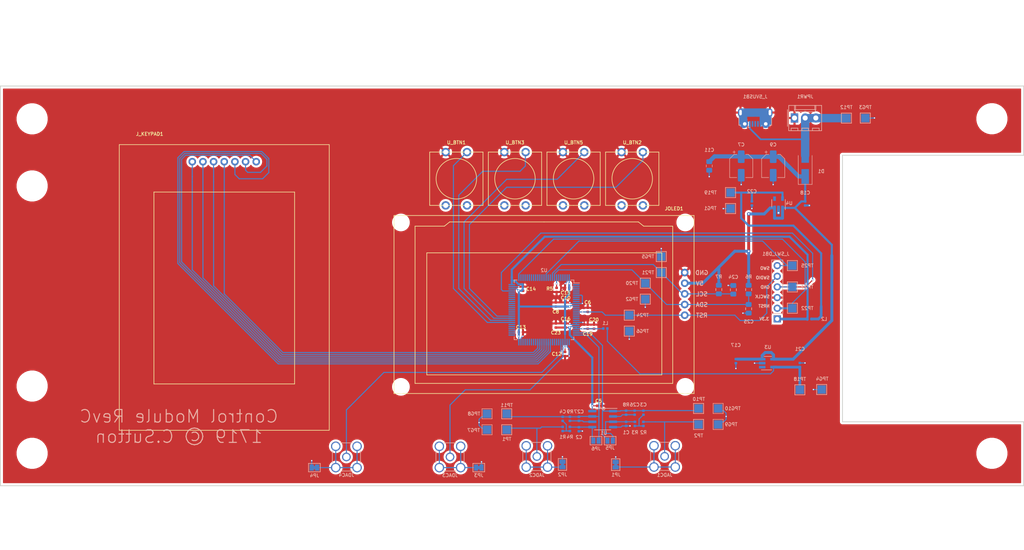
<source format=kicad_pcb>
(kicad_pcb (version 20171130) (host pcbnew "(5.1.2-1)-1")
  (title_block (title "Control Module/Front Panel") (date 2019-04-24) (rev C) (comment 2 https://www.hammfg.com/files/parts/pdf/1458VG4.pdf) (comment 3 "Enclosure: Hammond 1458VG4") (comment 4 "STM32F103 control module for programmable current sink"))
  (layers (0 F.Cu signal) (31 B.Cu signal) (34 B.Paste user) (35 F.Paste user) (36 B.SilkS user) (37 F.SilkS user) (38 B.Mask user) (39 F.Mask user) (44 Edge.Cuts user))
  (net 0 "")
  (net 1 /Control/NRST)
  (net 2 /Control/KEYPAD1)
  (net 3 /Control/KEYPAD2)
  (net 4 /Control/KEYPAD3)
  (net 5 /Control/KEYPAD4)
  (net 6 /Control/KEYPAD5)
  (net 7 /Control/KEYPAD6)
  (net 8 /Control/KEYPAD7)
  (net 9 /Control/OLED_SDA)
  (net 10 /Control/OLED_SCL)
  (net 11 /Control/SWCLK)
  (net 12 /Control/SWDIO)
  (net 13 /Control/SWO)
  (net 14 /Control/ADCSIG1)
  (net 15 /Control/ADCSIG2)
  (net 16 /Control/BTN4)
  (net 17 /Control/BTN2)
  (net 18 /Control/BTN3)
  (net 19 /Control/BTN1)
  (net 20 /Control/ADCS1)
  (net 21 /Control/ADCS2)
  (net 22 +3V3)
  (net 23 +3.3VA)
  (net 24 +5VD)
  (net 25 "Net-(C1-Pad1)")
  (net 26 "Net-(C2-Pad2)")
  (net 27 "Net-(C3-Pad1)")
  (net 28 "Net-(C4-Pad2)")
  (net 29 GNDS)
  (net 30 /5V)
  (net 31 "Net-(C21-Pad2)")
  (net 32 "Net-(C22-Pad1)")
  (net 33 "Net-(JADC1-Pad2)")
  (net 34 "Net-(JADC2-Pad2)")
  (net 35 /Control/DACOUT1)
  (net 36 /Control/DACOUT2)
  (net 37 "Net-(R5-Pad1)")
  (net 38 "Net-(JDAC3-Pad2)")
  (net 39 "Net-(JDAC4-Pad2)")
  (net 40 "Net-(C26-Pad1)")
  (net 41 "Net-(C27-Pad1)")
  (module Capacitor_SMD:C_0402_1005Metric (layer B.Cu) (at 165.7985 121.2215 90)
    (fp_text reference C27 (at 1.7145 0 180) (layer B.SilkS) (effects (font (size 0.8 0.8)) (justify mirror)))
    (fp_text value 1u)
    (pad 2 smd roundrect (at 0.485 0 90) (size 0.59 0.64) (layers B.Cu B.Paste B.Mask) (net 21 /Control/ADCS2))
    (pad 1 smd roundrect (at -0.485 0 90) (size 0.59 0.64) (layers B.Cu B.Paste B.Mask) (net 41 "Net-(C27-Pad1)"))
  )
  (module DIYMORE_SSD1309:DIYMORE_SSD1309 (layer F.Cu) (at 157.48 93.98 180)
    (fp_text reference JOLED1 (at -30.988 22.86) (layer F.SilkS) (effects (font (size 0.8 0.8))))
    (fp_text value Conn_01x05)
    (pad "" np_thru_hole circle (at 34.0995 -19.6215 180) (size 3.2 3.2) (drill 3.2) (layers *.Cu *.Mask))
    (pad "" np_thru_hole circle (at 34.0995 19.558 180) (size 3.2 3.2) (drill 3.2) (layers *.Cu *.Mask))
    (pad "" np_thru_hole circle (at -33.655 19.558 180) (size 3.2 3.2) (drill 3.2) (layers *.Cu *.Mask))
    (pad "" np_thru_hole circle (at -33.655 -19.6215 180) (size 3.2 3.2) (drill 3.2) (layers *.Cu *.Mask))
    (pad 1 thru_hole circle (at -33.528 7.62) (size 1.8 1.8) (drill 1) (layers *.Cu *.Mask) (net 29 GNDS))
    (pad 2 thru_hole circle (at -33.528 5.08) (size 1.8 1.8) (drill 1) (layers *.Cu *.Mask) (net 24 +5VD))
    (pad 3 thru_hole circle (at -33.528 2.54) (size 1.8 1.8) (drill 1) (layers *.Cu *.Mask) (net 10 /Control/OLED_SCL))
    (pad 4 thru_hole circle (at -33.528 0) (size 1.8 1.8) (drill 1) (layers *.Cu *.Mask) (net 9 /Control/OLED_SDA))
    (pad 5 thru_hole circle (at -33.528 -2.54) (size 1.8 1.8) (drill 1) (layers *.Cu *.Mask) (net 1 /Control/NRST))
  )
  (module MountingHole:MountingHole_6.4mm_M6_ISO14580 (layer F.Cu) (at 264.2108 129.4384)
    (fp_text reference REF** hide)
    (fp_text value MountingHole_6.4mm_M6_ISO14580)
    (pad 1 np_thru_hole circle (at 0 0) (size 6.4 6.4) (drill 6.4) (layers *.Cu *.Mask))
  )
  (module MountingHole:MountingHole_6.4mm_M6_ISO14580 (layer F.Cu) (at 264.2108 49.7078)
    (fp_text reference REF** hide)
    (fp_text value MountingHole_6.4mm_M6_ISO14580)
    (pad 1 np_thru_hole circle (at 0 0) (size 6.4 6.4) (drill 6.4) (layers *.Cu *.Mask))
  )
  (module MountingHole:MountingHole_6.4mm_M6_ISO14580 (layer F.Cu) (at 35.4965 49.7332)
    (fp_text reference REF** hide)
    (fp_text value MountingHole_6.4mm_M6_ISO14580)
    (pad 1 np_thru_hole circle (at 0 0) (size 6.4 6.4) (drill 6.4) (layers *.Cu *.Mask))
  )
  (module MountingHole:MountingHole_6.4mm_M6_ISO14580 (layer F.Cu) (at 35.4965 129.4384)
    (fp_text reference REF** hide)
    (fp_text value MountingHole_6.4mm_M6_ISO14580)
    (pad 1 np_thru_hole circle (at 0 0) (size 6.4 6.4) (drill 6.4) (layers *.Cu *.Mask))
  )
  (module Connector_Coaxial:SMA_Amphenol_901-144_Vertical (layer B.Cu) (at 155.7782 130.1877)
    (fp_text reference JADC2 (at 0 4.445 180) (layer B.SilkS) (effects (font (size 0.8 0.8)) (justify mirror)))
    (fp_text value SMA_RG402_Coax)
    (pad 1 thru_hole circle (at 0 0) (size 2.05 2.05) (drill 1.5) (layers *.Cu *.Mask) (net 15 /Control/ADCSIG2))
    (pad 2 thru_hole circle (at 2.54 -2.54) (size 2.25 2.25) (drill 1.7) (layers *.Cu *.Mask) (net 34 "Net-(JADC2-Pad2)"))
    (pad 2 thru_hole circle (at 2.54 2.54) (size 2.25 2.25) (drill 1.7) (layers *.Cu *.Mask) (net 34 "Net-(JADC2-Pad2)"))
    (pad 2 thru_hole circle (at -2.54 2.54) (size 2.25 2.25) (drill 1.7) (layers *.Cu *.Mask) (net 34 "Net-(JADC2-Pad2)"))
    (pad 2 thru_hole circle (at -2.54 -2.54) (size 2.25 2.25) (drill 1.7) (layers *.Cu *.Mask) (net 34 "Net-(JADC2-Pad2)"))
  )
  (module MountingHole:MountingHole_6.4mm_M6_ISO14580 (layer F.Cu) (at 35.4965 113.411)
    (fp_text reference REF** hide)
    (fp_text value MountingHole_6.4mm_M6_ISO14580)
    (pad 1 np_thru_hole circle (at 0 0) (size 6.4 6.4) (drill 6.4) (layers *.Cu *.Mask))
  )
  (module MountingHole:MountingHole_6.4mm_M6_ISO14580 (layer F.Cu) (at 35.4965 65.7225)
    (fp_text reference REF** hide)
    (fp_text value MountingHole_6.4mm_M6_ISO14580)
    (pad 1 np_thru_hole circle (at 0 0) (size 6.4 6.4) (drill 6.4) (layers *.Cu *.Mask))
  )
  (module Grayhill-96AB2-102-F:Grayhill-96AB2-102-F (layer F.Cu) (at 81.28 90.932)
    (fp_text reference J_KEYPAD1 (at -17.78 -37.592 180) (layer F.SilkS) (effects (font (size 0.8 0.8))))
    (fp_text value Grayhill-96AB2-102-F)
    (pad 1 thru_hole circle (at -7.62 -30.988) (size 1.8 1.8) (drill 1) (layers *.Cu *.Mask) (net 2 /Control/KEYPAD1))
    (pad 2 thru_hole circle (at -5.08 -30.988) (size 1.8 1.8) (drill 1) (layers *.Cu *.Mask) (net 3 /Control/KEYPAD2))
    (pad 3 thru_hole circle (at -2.54 -30.988) (size 1.8 1.8) (drill 1) (layers *.Cu *.Mask) (net 4 /Control/KEYPAD3))
    (pad 4 thru_hole circle (at 0 -30.988) (size 1.8 1.8) (drill 1) (layers *.Cu *.Mask) (net 5 /Control/KEYPAD4))
    (pad 5 thru_hole circle (at 2.54 -30.988) (size 1.8 1.8) (drill 1) (layers *.Cu *.Mask) (net 6 /Control/KEYPAD5))
    (pad 6 thru_hole circle (at 5.08 -30.988) (size 1.8 1.8) (drill 1) (layers *.Cu *.Mask) (net 7 /Control/KEYPAD6))
    (pad 7 thru_hole circle (at 7.62 -30.988) (size 1.8 1.8) (drill 1) (layers *.Cu *.Mask) (net 8 /Control/KEYPAD7))
  )
  (module Connector_PinHeader_2.54mm:PinHeader_1x06_P2.54mm_Vertical (layer B.Cu) (at 213.0552 97.409)
    (fp_text reference J_SWJ_DB1 (at -0.3302 -15.494) (layer B.SilkS) (effects (font (size 0.8 0.8)) (justify mirror)))
    (fp_text value Conn_01x06)
    (pad 6 thru_hole oval (at 0 -12.7) (size 1.7 1.7) (drill 1) (layers *.Cu *.Mask) (net 13 /Control/SWO))
    (pad 5 thru_hole oval (at 0 -10.16) (size 1.7 1.7) (drill 1) (layers *.Cu *.Mask) (net 1 /Control/NRST))
    (pad 4 thru_hole oval (at 0 -7.62) (size 1.7 1.7) (drill 1) (layers *.Cu *.Mask) (net 12 /Control/SWDIO))
    (pad 3 thru_hole oval (at 0 -5.08) (size 1.7 1.7) (drill 1) (layers *.Cu *.Mask) (net 29 GNDS))
    (pad 2 thru_hole oval (at 0 -2.54) (size 1.7 1.7) (drill 1) (layers *.Cu *.Mask) (net 11 /Control/SWCLK))
    (pad 1 thru_hole rect (at 0 0) (size 1.7 1.7) (drill 1) (layers *.Cu *.Mask) (net 22 +3V3))
  )
  (module Resistor_SMD:R_0805_2012Metric_Pad1.15x1.40mm_HandSolder (layer B.Cu) (at 199.136 90.415 90)
    (fp_text reference R7 (at 3.048 0) (layer B.SilkS) (effects (font (size 0.8 0.8)) (justify mirror)))
    (fp_text value 4K7)
    (pad 2 smd roundrect (at 1.025 0 90) (size 1.15 1.4) (layers B.Cu B.Paste B.Mask) (roundrect_rratio 0.217391) (net 24 +5VD))
    (pad 1 smd roundrect (at -1.025 0 90) (size 1.15 1.4) (layers B.Cu B.Paste B.Mask) (roundrect_rratio 0.217391) (net 10 /Control/OLED_SCL))
  )
  (module Resistor_SMD:R_0805_2012Metric_Pad1.15x1.40mm_HandSolder (layer B.Cu) (at 206.248 90.424 270)
    (fp_text reference R6 (at -3.048 0) (layer B.SilkS) (effects (font (size 0.8 0.8)) (justify mirror)))
    (fp_text value 4K7)
    (pad 1 smd roundrect (at -1.025 0 270) (size 1.15 1.4) (layers B.Cu B.Paste B.Mask) (roundrect_rratio 0.217391) (net 24 +5VD))
    (pad 2 smd roundrect (at 1.025 0 270) (size 1.15 1.4) (layers B.Cu B.Paste B.Mask) (roundrect_rratio 0.217391) (net 9 /Control/OLED_SDA))
  )
  (module Capacitor_SMD:C_0402_1005Metric (layer B.Cu) (at 219.71 69.8881 90)
    (fp_text reference C18 (at 2.54 0 180) (layer B.SilkS) (effects (font (size 0.8 0.8)) (justify mirror)))
    (fp_text value "1u X5R")
    (pad 1 smd roundrect (at -0.485 0 90) (size 0.59 0.64) (layers B.Cu B.Paste B.Mask) (net 29 GNDS))
    (pad 2 smd roundrect (at 0.485 0 90) (size 0.59 0.64) (layers B.Cu B.Paste B.Mask) (net 24 +5VD))
  )
  (module Capacitor_SMD:C_0402_1005Metric (layer B.Cu) (at 207.01 69.8881 270)
    (fp_text reference C22 (at -2.8575 0 180) (layer B.SilkS) (effects (font (size 0.8 0.8)) (justify mirror)))
    (fp_text value "1u X5R")
    (pad 2 smd roundrect (at 0.485 0 270) (size 0.59 0.64) (layers B.Cu B.Paste B.Mask) (net 29 GNDS))
    (pad 1 smd roundrect (at -0.485 0 270) (size 0.59 0.64) (layers B.Cu B.Paste B.Mask) (net 32 "Net-(C22-Pad1)"))
  )
  (module Package_TO_SOT_SMD:SOT-23-5 (layer B.Cu) (at 213.36 69.85 90)
    (fp_text reference U4 (at 0 2.54 180) (layer B.SilkS) (effects (font (size 0.8 0.8)) (justify mirror)))
    (fp_text value TLV702-Q1)
    (pad 1 smd rect (at -1.1 0.95 90) (size 1.06 0.65) (layers B.Cu B.Paste B.Mask) (net 24 +5VD))
    (pad 2 smd rect (at -1.1 0 90) (size 1.06 0.65) (layers B.Cu B.Paste B.Mask) (net 29 GNDS))
    (pad 3 smd rect (at -1.1 -0.95 90) (size 1.06 0.65) (layers B.Cu B.Paste B.Mask) (net 24 +5VD))
    (pad 4 smd rect (at 1.1 -0.95 90) (size 1.06 0.65) (layers B.Cu B.Paste B.Mask))
    (pad 5 smd rect (at 1.1 0.95 90) (size 1.06 0.65) (layers B.Cu B.Paste B.Mask) (net 32 "Net-(C22-Pad1)"))
  )
  (module TestPoint:TestPoint_Pad_2.0x2.0mm (layer B.Cu) (at 201.93 67.31)
    (fp_text reference TP19 (at -4.7625 0) (layer B.SilkS) (effects (font (size 0.8 0.8)) (justify mirror)))
    (fp_text value TestPoint)
    (pad 1 smd rect (at 0 0) (size 2 2) (layers B.Cu B.Mask) (net 32 "Net-(C22-Pad1)"))
  )
  (module TestPoint:TestPoint_Pad_2.0x2.0mm (layer B.Cu) (at 181.61 88.9 180)
    (fp_text reference TP20 (at 3.175 0) (layer B.SilkS) (effects (font (size 0.8 0.8)) (justify mirror)))
    (fp_text value TestPoint)
    (pad 1 smd rect (at 0 0 180) (size 2 2) (layers B.Cu B.Mask) (net 9 /Control/OLED_SDA))
  )
  (module TestPoint:TestPoint_Pad_2.0x2.0mm (layer B.Cu) (at 185.42 86.36 180)
    (fp_text reference TP21 (at 3.175 0) (layer B.SilkS) (effects (font (size 0.8 0.8)) (justify mirror)))
    (fp_text value TestPoint)
    (pad 1 smd rect (at 0 0 180) (size 2 2) (layers B.Cu B.Mask) (net 10 /Control/OLED_SCL))
  )
  (module TestPoint:TestPoint_Pad_2.0x2.0mm (layer B.Cu) (at 216.662 94.869 180)
    (fp_text reference TP22 (at -3.556 0) (layer B.SilkS) (effects (font (size 0.8 0.8)) (justify mirror)))
    (fp_text value TestPoint)
    (pad 1 smd rect (at 0 0 180) (size 2 2) (layers B.Cu B.Mask) (net 11 /Control/SWCLK))
  )
  (module TestPoint:TestPoint_Pad_2.0x2.0mm (layer B.Cu) (at 216.662 89.789 180)
    (fp_text reference TP23 (at -3.556 0) (layer B.SilkS) (effects (font (size 0.8 0.8)) (justify mirror)))
    (fp_text value TestPoint)
    (pad 1 smd rect (at 0 0 180) (size 2 2) (layers B.Cu B.Mask) (net 12 /Control/SWDIO))
  )
  (module TestPoint:TestPoint_Pad_2.0x2.0mm (layer B.Cu) (at 177.8 96.52 180)
    (fp_text reference TP24 (at -3.175 0) (layer B.SilkS) (effects (font (size 0.8 0.8)) (justify mirror)))
    (fp_text value TestPoint)
    (pad 1 smd rect (at 0 0 180) (size 2 2) (layers B.Cu B.Mask) (net 1 /Control/NRST))
  )
  (module TestPoint:TestPoint_Pad_2.0x2.0mm (layer B.Cu) (at 216.662 84.709 180)
    (fp_text reference TP25 (at -3.556 0) (layer B.SilkS) (effects (font (size 0.8 0.8)) (justify mirror)))
    (fp_text value TestPoint)
    (pad 1 smd rect (at 0 0 180) (size 2 2) (layers B.Cu B.Mask) (net 13 /Control/SWO))
  )
  (module TestPoint:TestPoint_Pad_2.0x2.0mm (layer B.Cu) (at 201.93 71.12 90)
    (fp_text reference TPG1 (at 0.0635 -4.826 180) (layer B.SilkS) (effects (font (size 0.8 0.8)) (justify mirror)))
    (fp_text value TestPoint)
    (pad 1 smd rect (at 0 0 90) (size 2 2) (layers B.Cu B.Mask) (net 29 GNDS))
  )
  (module TestPoint:TestPoint_Pad_2.0x2.0mm (layer B.Cu) (at 181.61 92.71 90)
    (fp_text reference TPG2 (at 0 -3.175 180) (layer B.SilkS) (effects (font (size 0.8 0.8)) (justify mirror)))
    (fp_text value TestPoint)
    (pad 1 smd rect (at 0 0 90) (size 2 2) (layers B.Cu B.Mask) (net 29 GNDS))
  )
  (module TestPoint:TestPoint_Pad_2.0x2.0mm (layer B.Cu) (at 234.0356 49.5554 180)
    (fp_text reference TPG3 (at -0.0254 2.5654) (layer B.SilkS) (effects (font (size 0.8 0.8)) (justify mirror)))
    (fp_text value TestPoint)
    (pad 1 smd rect (at 0 0 180) (size 2 2) (layers B.Cu B.Mask) (net 29 GNDS))
  )
  (module TestPoint:TestPoint_Pad_2.0x2.0mm (layer B.Cu) (at 223.647 114.2365 180)
    (fp_text reference TPG4 (at -0.127 2.54) (layer B.SilkS) (effects (font (size 0.8 0.8)) (justify mirror)))
    (fp_text value TestPoint)
    (pad 1 smd rect (at 0 0 180) (size 2 2) (layers B.Cu B.Mask) (net 29 GNDS))
  )
  (module TestPoint:TestPoint_Pad_2.0x2.0mm (layer B.Cu) (at 185.42 82.55 90)
    (fp_text reference TPG5 (at 0 -3.175 180) (layer B.SilkS) (effects (font (size 0.8 0.8)) (justify mirror)))
    (fp_text value TestPoint)
    (pad 1 smd rect (at 0 0 90) (size 2 2) (layers B.Cu B.Mask) (net 29 GNDS))
  )
  (module TestPoint:TestPoint_Pad_2.0x2.0mm (layer B.Cu) (at 177.8 100.33 180)
    (fp_text reference TPG6 (at -3.175 0) (layer B.SilkS) (effects (font (size 0.8 0.8)) (justify mirror)))
    (fp_text value TestPoint)
    (pad 1 smd rect (at 0 0 180) (size 2 2) (layers B.Cu B.Mask) (net 29 GNDS))
  )
  (module Capacitor_SMD:C_0805_2012Metric_Pad1.15x1.40mm_HandSolder (layer B.Cu) (at 202.5904 90.4658 270)
    (fp_text reference C24 (at -3.039 0 180) (layer B.SilkS) (effects (font (size 0.8 0.8)) (justify mirror)))
    (fp_text value 20pF)
    (pad 2 smd roundrect (at 1.025 0 270) (size 1.15 1.4) (layers B.Cu B.Paste B.Mask) (roundrect_rratio 0.217391) (net 10 /Control/OLED_SCL))
    (pad 1 smd roundrect (at -1.025 0 270) (size 1.15 1.4) (layers B.Cu B.Paste B.Mask) (roundrect_rratio 0.217391) (net 29 GNDS))
  )
  (module Capacitor_SMD:C_0805_2012Metric_Pad1.15x1.40mm_HandSolder (layer B.Cu) (at 206.248 94.996 270)
    (fp_text reference C25 (at 3.048 0 180) (layer B.SilkS) (effects (font (size 0.8 0.8)) (justify mirror)))
    (fp_text value 20pF)
    (pad 1 smd roundrect (at -1.025 0 270) (size 1.15 1.4) (layers B.Cu B.Paste B.Mask) (roundrect_rratio 0.217391) (net 9 /Control/OLED_SDA))
    (pad 2 smd roundrect (at 1.025 0 270) (size 1.15 1.4) (layers B.Cu B.Paste B.Mask) (roundrect_rratio 0.217391) (net 29 GNDS))
  )
  (module Connector_Coaxial:SMA_Amphenol_901-144_Vertical (layer B.Cu) (at 186.2201 130.1623 90)
    (fp_text reference JADC1 (at -4.445 0) (layer B.SilkS) (effects (font (size 0.8 0.8)) (justify mirror)))
    (fp_text value SMA_RG402_Coax)
    (pad 2 thru_hole circle (at -2.54 -2.54 90) (size 2.25 2.25) (drill 1.7) (layers *.Cu *.Mask) (net 33 "Net-(JADC1-Pad2)"))
    (pad 2 thru_hole circle (at -2.54 2.54 90) (size 2.25 2.25) (drill 1.7) (layers *.Cu *.Mask) (net 33 "Net-(JADC1-Pad2)"))
    (pad 2 thru_hole circle (at 2.54 2.54 90) (size 2.25 2.25) (drill 1.7) (layers *.Cu *.Mask) (net 33 "Net-(JADC1-Pad2)"))
    (pad 2 thru_hole circle (at 2.54 -2.54 90) (size 2.25 2.25) (drill 1.7) (layers *.Cu *.Mask) (net 33 "Net-(JADC1-Pad2)"))
    (pad 1 thru_hole circle (at 0 0 90) (size 2.05 2.05) (drill 1.5) (layers *.Cu *.Mask) (net 14 /Control/ADCSIG1))
  )
  (module 12x12x7_3mmTactilePushButtonMomentary:12x12x7_3mmTactilePushButtonMomentary (layer F.Cu) (at 136.5885 64.008 270)
    (fp_text reference U_BTN1 (at -8.636 0) (layer F.SilkS) (effects (font (size 0.8 0.8))))
    (fp_text value Tactile_Switch_SPST-NO)
    (pad 1 thru_hole circle (at 6.35 2.54 270) (size 2 2) (drill 1.2) (layers *.Cu *.Mask))
    (pad 2 thru_hole circle (at -6.35 2.54 270) (size 2 2) (drill 1.2) (layers *.Cu *.Mask) (net 29 GNDS))
    (pad 3 thru_hole circle (at 6.35 -2.54 270) (size 2 2) (drill 1.2) (layers *.Cu *.Mask))
    (pad 4 thru_hole circle (at -6.35 -2.54 270) (size 2 2) (drill 1.2) (layers *.Cu *.Mask) (net 19 /Control/BTN1))
  )
  (module 12x12x7_3mmTactilePushButtonMomentary:12x12x7_3mmTactilePushButtonMomentary (layer F.Cu) (at 150.5585 64.008 270)
    (fp_text reference U_BTN3 (at -8.636 0) (layer F.SilkS) (effects (font (size 0.8 0.8))))
    (fp_text value Tactile_Switch_SPST-NO)
    (pad 1 thru_hole circle (at 6.35 2.54 270) (size 2 2) (drill 1.2) (layers *.Cu *.Mask))
    (pad 2 thru_hole circle (at -6.35 2.54 270) (size 2 2) (drill 1.2) (layers *.Cu *.Mask) (net 29 GNDS))
    (pad 3 thru_hole circle (at 6.35 -2.54 270) (size 2 2) (drill 1.2) (layers *.Cu *.Mask))
    (pad 4 thru_hole circle (at -6.35 -2.54 270) (size 2 2) (drill 1.2) (layers *.Cu *.Mask) (net 17 /Control/BTN2))
  )
  (module 12x12x7_3mmTactilePushButtonMomentary:12x12x7_3mmTactilePushButtonMomentary (layer F.Cu) (at 164.5285 64.008 270)
    (fp_text reference U_BTN5 (at -8.636 0) (layer F.SilkS) (effects (font (size 0.8 0.8))))
    (fp_text value Tactile_Switch_SPST-NO)
    (pad 4 thru_hole circle (at -6.35 -2.54 270) (size 2 2) (drill 1.2) (layers *.Cu *.Mask) (net 18 /Control/BTN3))
    (pad 3 thru_hole circle (at 6.35 -2.54 270) (size 2 2) (drill 1.2) (layers *.Cu *.Mask))
    (pad 2 thru_hole circle (at -6.35 2.54 270) (size 2 2) (drill 1.2) (layers *.Cu *.Mask) (net 29 GNDS))
    (pad 1 thru_hole circle (at 6.35 2.54 270) (size 2 2) (drill 1.2) (layers *.Cu *.Mask))
  )
  (module 12x12x7_3mmTactilePushButtonMomentary:12x12x7_3mmTactilePushButtonMomentary (layer F.Cu) (at 178.4985 64.008 270)
    (fp_text reference U_BTN2 (at -8.636 0) (layer F.SilkS) (effects (font (size 0.8 0.8))))
    (fp_text value Tactile_Switch_SPST-NO)
    (pad 1 thru_hole circle (at 6.35 2.54 270) (size 2 2) (drill 1.2) (layers *.Cu *.Mask))
    (pad 2 thru_hole circle (at -6.35 2.54 270) (size 2 2) (drill 1.2) (layers *.Cu *.Mask) (net 29 GNDS))
    (pad 3 thru_hole circle (at 6.35 -2.54 270) (size 2 2) (drill 1.2) (layers *.Cu *.Mask))
    (pad 4 thru_hole circle (at -6.35 -2.54 270) (size 2 2) (drill 1.2) (layers *.Cu *.Mask) (net 16 /Control/BTN4))
  )
  (module Resistor_SMD:R_0402_1005Metric (layer B.Cu) (at 172.085 99.695 180)
    (fp_text reference L1 (at 0 1.27) (layer B.SilkS) (effects (font (size 0.8 0.8)) (justify mirror)))
    (fp_text value Ferrite)
    (pad 2 smd roundrect (at 0.485 0 180) (size 0.59 0.64) (layers B.Cu B.Paste B.Mask) (net 23 +3.3VA))
    (pad 1 smd roundrect (at -0.485 0 180) (size 0.59 0.64) (layers B.Cu B.Paste B.Mask) (net 31 "Net-(C21-Pad2)"))
  )
  (module TestPoint:TestPoint_Pad_2.0x2.0mm (layer B.Cu) (at 194.31 122.555 270)
    (fp_text reference TP2 (at 2.667 0 180) (layer B.SilkS) (effects (font (size 0.8 0.8)) (justify mirror)))
    (fp_text value TestPoint)
    (pad 1 smd rect (at 0 0 270) (size 2 2) (layers B.Cu B.Mask) (net 14 /Control/ADCSIG1))
  )
  (module TestPoint:TestPoint_Pad_2.0x2.0mm (layer B.Cu) (at 148.59 123.825 270)
    (fp_text reference TP1 (at 2.2225 0 180) (layer B.SilkS) (effects (font (size 0.8 0.8)) (justify mirror)))
    (fp_text value TestPoint)
    (pad 1 smd rect (at 0 0 270) (size 2 2) (layers B.Cu B.Mask) (net 15 /Control/ADCSIG2))
  )
  (module TestPoint:TestPoint_Pad_2.0x2.0mm (layer B.Cu) (at 194.31 118.745 90)
    (fp_text reference TP10 (at 2.2225 0.0635 180) (layer B.SilkS) (effects (font (size 0.8 0.8)) (justify mirror)))
    (fp_text value TestPoint)
    (pad 1 smd rect (at 0 0 90) (size 2 2) (layers B.Cu B.Mask) (net 20 /Control/ADCS1))
  )
  (module TestPoint:TestPoint_Pad_2.0x2.0mm (layer B.Cu) (at 148.59 120.015 270)
    (fp_text reference TP11 (at -2.032 0) (layer B.SilkS) (effects (font (size 0.8 0.8)) (justify mirror)))
    (fp_text value TestPoint)
    (pad 1 smd rect (at 0 0 270) (size 2 2) (layers B.Cu B.Mask) (net 21 /Control/ADCS2))
  )
  (module Connector_Molex:Molex_KK-254_AE-6410-03A_1x03_P2.54mm_Vertical (layer B.Cu) (at 217.17 49.53)
    (fp_text reference JPWR1 (at 2.54 -5.08) (layer B.SilkS) (effects (font (size 0.8 0.8)) (justify mirror)))
    (fp_text value KK254_01x03)
    (pad 1 thru_hole rect (at 0 0) (size 1.74 2.2) (drill 1.2) (layers *.Cu *.Mask) (net 29 GNDS))
    (pad 2 thru_hole oval (at 2.54 0) (size 1.74 2.2) (drill 1.2) (layers *.Cu *.Mask) (net 30 /5V))
    (pad 3 thru_hole oval (at 5.08 0) (size 1.74 2.2) (drill 1.2) (layers *.Cu *.Mask) (net 30 /5V))
  )
  (module Capacitor_SMD:C_0402_1005Metric (layer B.Cu) (at 203.2 107.465 90)
    (fp_text reference C17 (at 3.81 0) (layer B.SilkS) (effects (font (size 0.8 0.8)) (justify mirror)))
    (fp_text value 4.7u)
    (pad 2 smd roundrect (at 0.485 0 90) (size 0.59 0.64) (layers B.Cu B.Paste B.Mask) (net 24 +5VD))
    (pad 1 smd roundrect (at -0.485 0 90) (size 0.59 0.64) (layers B.Cu B.Paste B.Mask) (net 29 GNDS))
  )
  (module Capacitor_SMD:C_0402_1005Metric (layer B.Cu) (at 218.44 108.3945 270)
    (fp_text reference C21 (at -3.81 0 180) (layer B.SilkS) (effects (font (size 0.8 0.8)) (justify mirror)))
    (fp_text value "1u ")
    (pad 1 smd roundrect (at -0.485 0 270) (size 0.59 0.64) (layers B.Cu B.Paste B.Mask) (net 29 GNDS))
    (pad 2 smd roundrect (at 0.485 0 270) (size 0.59 0.64) (layers B.Cu B.Paste B.Mask) (net 31 "Net-(C21-Pad2)"))
  )
  (module TestPoint:TestPoint_Pad_2.0x2.0mm (layer B.Cu) (at 218.44 114.3)
    (fp_text reference TP18 (at 0 -2.54) (layer B.SilkS) (effects (font (size 0.8 0.8)) (justify mirror)))
    (fp_text value TestPoint)
    (pad 1 smd rect (at 0 0) (size 2 2) (layers B.Cu B.Mask) (net 31 "Net-(C21-Pad2)"))
  )
  (module Resistor_SMD:R_0402_1005Metric (layer B.Cu) (at 220.726 97.4344 180)
    (fp_text reference L2 (at -3.5052 0) (layer B.SilkS) (effects (font (size 0.8 0.8)) (justify mirror)))
    (fp_text value Ferrite)
    (pad 1 smd roundrect (at -0.485 0 180) (size 0.59 0.64) (layers B.Cu B.Paste B.Mask) (net 32 "Net-(C22-Pad1)"))
    (pad 2 smd roundrect (at 0.485 0 180) (size 0.59 0.64) (layers B.Cu B.Paste B.Mask) (net 22 +3V3))
  )
  (module Capacitor_SMD:C_0402_1005Metric (layer F.Cu) (at 170.6245 118.11)
    (fp_text reference C5 (at -0.127 -1.143) (layer F.SilkS) (effects (font (size 0.8 0.8))))
    (fp_text value 100n)
    (pad 1 smd roundrect (at -0.485 0) (size 0.59 0.64) (layers F.Cu F.Paste F.Mask) (net 23 +3.3VA))
    (pad 2 smd roundrect (at 0.485 0) (size 0.59 0.64) (layers F.Cu F.Paste F.Mask) (net 29 GNDS))
  )
  (module Capacitor_SMD:C_0402_1005Metric (layer F.Cu) (at 167.894 95.25 90)
    (fp_text reference C6 (at 1.778 0 180) (layer F.SilkS) (effects (font (size 0.8 0.8))))
    (fp_text value 100n)
    (pad 1 smd roundrect (at -0.485 0 90) (size 0.59 0.64) (layers F.Cu F.Paste F.Mask) (net 1 /Control/NRST))
    (pad 2 smd roundrect (at 0.485 0 90) (size 0.59 0.64) (layers F.Cu F.Paste F.Mask) (net 29 GNDS))
  )
  (module Capacitor_SMD:C_0402_1005Metric (layer F.Cu) (at 160.274 93.98 90)
    (fp_text reference C8 (at -1.7272 0 180) (layer F.SilkS) (effects (font (size 0.8 0.8))))
    (fp_text value 4.7uF)
    (pad 2 smd roundrect (at 0.485 0 90) (size 0.59 0.64) (layers F.Cu F.Paste F.Mask) (net 29 GNDS))
    (pad 1 smd roundrect (at -0.485 0 90) (size 0.59 0.64) (layers F.Cu F.Paste F.Mask) (net 22 +3V3))
  )
  (module Capacitor_SMD:C_0402_1005Metric (layer F.Cu) (at 162.6362 93.98 90)
    (fp_text reference C10 (at 1.6002 0 180) (layer F.SilkS) (effects (font (size 0.8 0.8))))
    (fp_text value 100n)
    (pad 1 smd roundrect (at -0.485 0 90) (size 0.59 0.64) (layers F.Cu F.Paste F.Mask) (net 22 +3V3))
    (pad 2 smd roundrect (at 0.485 0 90) (size 0.59 0.64) (layers F.Cu F.Paste F.Mask) (net 29 GNDS))
  )
  (module Capacitor_SMD:C_0402_1005Metric (layer F.Cu) (at 162.4838 105.7656 270)
    (fp_text reference C12 (at 0 1.9812 180) (layer F.SilkS) (effects (font (size 0.8 0.8))))
    (fp_text value 100n)
    (pad 2 smd roundrect (at 0.485 0 270) (size 0.59 0.64) (layers F.Cu F.Paste F.Mask) (net 29 GNDS))
    (pad 1 smd roundrect (at -0.485 0 270) (size 0.59 0.64) (layers F.Cu F.Paste F.Mask) (net 22 +3V3))
  )
  (module Capacitor_SMD:C_0402_1005Metric (layer F.Cu) (at 151.9682 100.5586)
    (fp_text reference C13 (at 0 -1.17) (layer F.SilkS) (effects (font (size 0.8 0.8))))
    (fp_text value 100n)
    (pad 1 smd roundrect (at -0.485 0) (size 0.59 0.64) (layers F.Cu F.Paste F.Mask) (net 22 +3V3))
    (pad 2 smd roundrect (at 0.485 0) (size 0.59 0.64) (layers F.Cu F.Paste F.Mask) (net 29 GNDS))
  )
  (module Capacitor_SMD:C_0402_1005Metric (layer F.Cu) (at 152.4762 90.2184 90)
    (fp_text reference C14 (at -0.0532 1.905 180) (layer F.SilkS) (effects (font (size 0.8 0.8))))
    (fp_text value 100n)
    (pad 2 smd roundrect (at 0.485 0 90) (size 0.59 0.64) (layers F.Cu F.Paste F.Mask) (net 29 GNDS))
    (pad 1 smd roundrect (at -0.485 0 90) (size 0.59 0.64) (layers F.Cu F.Paste F.Mask) (net 22 +3V3))
  )
  (module Capacitor_SMD:C_0402_1005Metric (layer F.Cu) (at 162.9918 89.9922 180)
    (fp_text reference C15 (at 0.381 -1.1938) (layer F.SilkS) (effects (font (size 0.8 0.8))))
    (fp_text value 100n)
    (pad 1 smd roundrect (at -0.485 0 180) (size 0.59 0.64) (layers F.Cu F.Paste F.Mask) (net 22 +3V3))
    (pad 2 smd roundrect (at 0.485 0 180) (size 0.59 0.64) (layers F.Cu F.Paste F.Mask) (net 29 GNDS))
  )
  (module Capacitor_SMD:C_0402_1005Metric (layer F.Cu) (at 167.894 99.2632 90)
    (fp_text reference C19 (at -1.7272 0 180) (layer F.SilkS) (effects (font (size 0.8 0.8))))
    (fp_text value 10n)
    (pad 1 smd roundrect (at -0.485 0 90) (size 0.59 0.64) (layers F.Cu F.Paste F.Mask) (net 23 +3.3VA))
    (pad 2 smd roundrect (at 0.485 0 90) (size 0.59 0.64) (layers F.Cu F.Paste F.Mask) (net 29 GNDS))
  )
  (module Capacitor_SMD:C_0402_1005Metric (layer F.Cu) (at 169.3926 99.2632 90)
    (fp_text reference C20 (at 1.651 -0.0254 180) (layer F.SilkS) (effects (font (size 0.8 0.8))))
    (fp_text value 1uF)
    (pad 2 smd roundrect (at 0.485 0 90) (size 0.59 0.64) (layers F.Cu F.Paste F.Mask) (net 29 GNDS))
    (pad 1 smd roundrect (at -0.485 0 90) (size 0.59 0.64) (layers F.Cu F.Paste F.Mask) (net 23 +3.3VA))
  )
  (module Connector_USB:USB_Micro-B_Molex-105017-0001 (layer B.Cu) (at 207.8101 49.4792)
    (fp_text reference J_5VUSB1 (at 0 -5.0292) (layer B.SilkS) (effects (font (size 0.8 0.8)) (justify mirror)))
    (fp_text value USB_B_Micro)
    (pad 6 smd rect (at 1 -1.2375) (size 1.5 1.9) (layers B.Cu B.Paste B.Mask) (net 29 GNDS))
    (pad 6 thru_hole circle (at -2.5 1.4625) (size 1.45 1.45) (drill 0.85) (layers *.Cu *.Mask) (net 29 GNDS))
    (pad 2 smd rect (at -0.65 1.4625) (size 0.4 1.35) (layers B.Cu B.Paste B.Mask))
    (pad 1 smd rect (at -1.3 1.4625) (size 0.4 1.35) (layers B.Cu B.Paste B.Mask) (net 30 /5V))
    (pad 5 smd rect (at 1.3 1.4625) (size 0.4 1.35) (layers B.Cu B.Paste B.Mask) (net 29 GNDS))
    (pad 4 smd rect (at 0.65 1.4625) (size 0.4 1.35) (layers B.Cu B.Paste B.Mask))
    (pad 3 smd rect (at 0 1.4625) (size 0.4 1.35) (layers B.Cu B.Paste B.Mask))
    (pad 6 thru_hole circle (at 2.5 1.4625) (size 1.45 1.45) (drill 0.85) (layers *.Cu *.Mask) (net 29 GNDS))
    (pad 6 smd rect (at -1 -1.2375) (size 1.5 1.9) (layers B.Cu B.Paste B.Mask) (net 29 GNDS))
    (pad 6 thru_hole oval (at -3.5 -1.2375 180) (size 1.2 1.9) (drill oval 0.6 1.3) (layers *.Cu *.Mask) (net 29 GNDS))
    (pad 6 thru_hole oval (at 3.5 -1.2375) (size 1.2 1.9) (drill oval 0.6 1.3) (layers *.Cu *.Mask) (net 29 GNDS))
    (pad 6 smd rect (at 2.9 -1.2375) (size 1.2 1.9) (layers B.Cu B.Mask) (net 29 GNDS))
    (pad 6 smd rect (at -2.9 -1.2375) (size 1.2 1.9) (layers B.Cu B.Mask) (net 29 GNDS))
  )
  (module Connector_Coaxial:SMA_Amphenol_901-144_Vertical (layer B.Cu) (at 135.0772 130.302)
    (fp_text reference JDAC3 (at 0 4.3815) (layer B.SilkS) (effects (font (size 0.8 0.8)) (justify mirror)))
    (fp_text value SMA_RG402_Coax)
    (pad 1 thru_hole circle (at 0 0) (size 2.05 2.05) (drill 1.5) (layers *.Cu *.Mask) (net 35 /Control/DACOUT1))
    (pad 2 thru_hole circle (at 2.54 -2.54) (size 2.25 2.25) (drill 1.7) (layers *.Cu *.Mask) (net 38 "Net-(JDAC3-Pad2)"))
    (pad 2 thru_hole circle (at 2.54 2.54) (size 2.25 2.25) (drill 1.7) (layers *.Cu *.Mask) (net 38 "Net-(JDAC3-Pad2)"))
    (pad 2 thru_hole circle (at -2.54 2.54) (size 2.25 2.25) (drill 1.7) (layers *.Cu *.Mask) (net 38 "Net-(JDAC3-Pad2)"))
    (pad 2 thru_hole circle (at -2.54 -2.54) (size 2.25 2.25) (drill 1.7) (layers *.Cu *.Mask) (net 38 "Net-(JDAC3-Pad2)"))
  )
  (module Connector_Coaxial:SMA_Amphenol_901-144_Vertical (layer B.Cu) (at 110.3884 130.302)
    (fp_text reference JDAC4 (at 0 4.318) (layer B.SilkS) (effects (font (size 0.8 0.8)) (justify mirror)))
    (fp_text value SMA_RG402_Coax)
    (pad 2 thru_hole circle (at -2.54 -2.54) (size 2.25 2.25) (drill 1.7) (layers *.Cu *.Mask) (net 39 "Net-(JDAC4-Pad2)"))
    (pad 2 thru_hole circle (at -2.54 2.54) (size 2.25 2.25) (drill 1.7) (layers *.Cu *.Mask) (net 39 "Net-(JDAC4-Pad2)"))
    (pad 2 thru_hole circle (at 2.54 2.54) (size 2.25 2.25) (drill 1.7) (layers *.Cu *.Mask) (net 39 "Net-(JDAC4-Pad2)"))
    (pad 2 thru_hole circle (at 2.54 -2.54) (size 2.25 2.25) (drill 1.7) (layers *.Cu *.Mask) (net 39 "Net-(JDAC4-Pad2)"))
    (pad 1 thru_hole circle (at 0 0) (size 2.05 2.05) (drill 1.5) (layers *.Cu *.Mask) (net 36 /Control/DACOUT2))
  )
  (module Jumper:SolderJumper-2_P1.3mm_Bridged_Pad1.0x1.5mm (layer B.Cu) (at 174.5615 132.1435 90)
    (fp_text reference JP1 (at -2.413 0.0635 180) (layer B.SilkS) (effects (font (size 0.8 0.8)) (justify mirror)))
    (fp_text value ISOLATE)
    (fp_poly (pts (xy -0.25 0.3) (xy 0.25 0.3) (xy 0.25 -0.3) (xy -0.25 -0.3)) (layer B.Cu) (width 0.15))
    (pad 1 smd rect (at -0.65 0 90) (size 1 1.5) (layers B.Cu B.Mask) (net 33 "Net-(JADC1-Pad2)"))
    (pad 2 smd rect (at 0.65 0 90) (size 1 1.5) (layers B.Cu B.Mask) (net 29 GNDS))
  )
  (module Jumper:SolderJumper-2_P1.3mm_Bridged_Pad1.0x1.5mm (layer B.Cu) (at 161.8742 132.0927 90)
    (fp_text reference JP2 (at -2.413 0 180) (layer B.SilkS) (effects (font (size 0.8 0.8)) (justify mirror)))
    (fp_text value ISOLATE)
    (fp_poly (pts (xy -0.25 0.3) (xy 0.25 0.3) (xy 0.25 -0.3) (xy -0.25 -0.3)) (layer B.Cu) (width 0.15))
    (pad 2 smd rect (at 0.65 0 90) (size 1 1.5) (layers B.Cu B.Mask) (net 29 GNDS))
    (pad 1 smd rect (at -0.65 0 90) (size 1 1.5) (layers B.Cu B.Mask) (net 34 "Net-(JADC2-Pad2)"))
  )
  (module Jumper:SolderJumper-2_P1.3mm_Bridged_Pad1.0x1.5mm (layer B.Cu) (at 141.9352 132.842 180)
    (fp_text reference JP3 (at 0 -1.8415) (layer B.SilkS) (effects (font (size 0.8 0.8)) (justify mirror)))
    (fp_text value ISOLATE)
    (fp_poly (pts (xy -0.25 0.3) (xy 0.25 0.3) (xy 0.25 -0.3) (xy -0.25 -0.3)) (layer B.Cu) (width 0.15))
    (pad 2 smd rect (at 0.65 0 180) (size 1 1.5) (layers B.Cu B.Mask) (net 38 "Net-(JDAC3-Pad2)"))
    (pad 1 smd rect (at -0.65 0 180) (size 1 1.5) (layers B.Cu B.Mask) (net 29 GNDS))
  )
  (module Jumper:SolderJumper-2_P1.3mm_Bridged_Pad1.0x1.5mm (layer B.Cu) (at 102.7684 132.842)
    (fp_text reference JP4 (at 0 1.905) (layer B.SilkS) (effects (font (size 0.8 0.8)) (justify mirror)))
    (fp_text value ISOLATE)
    (fp_poly (pts (xy -0.25 0.3) (xy 0.25 0.3) (xy 0.25 -0.3) (xy -0.25 -0.3)) (layer B.Cu) (width 0.15))
    (pad 1 smd rect (at -0.65 0) (size 1 1.5) (layers B.Cu B.Mask) (net 29 GNDS))
    (pad 2 smd rect (at 0.65 0) (size 1 1.5) (layers B.Cu B.Mask) (net 39 "Net-(JDAC4-Pad2)"))
  )
  (module Jumper:SolderJumper-2_P1.3mm_Open_Pad1.0x1.5mm (layer B.Cu) (at 173.228 126.4285 180)
    (fp_text reference JP5 (at 0 -1.7145) (layer B.SilkS) (effects (font (size 0.8 0.8)) (justify mirror)))
    (fp_text value BYPASS)
    (pad 2 smd rect (at 0.65 0 180) (size 1 1.5) (layers B.Cu B.Mask) (net 20 /Control/ADCS1))
    (pad 1 smd rect (at -0.65 0 180) (size 1 1.5) (layers B.Cu B.Mask) (net 25 "Net-(C1-Pad1)"))
  )
  (module Jumper:SolderJumper-2_P1.3mm_Open_Pad1.0x1.5mm (layer B.Cu) (at 169.8625 126.4285)
    (fp_text reference JP6 (at 0 1.905) (layer B.SilkS) (effects (font (size 0.8 0.8)) (justify mirror)))
    (fp_text value BYPASS)
    (pad 1 smd rect (at -0.65 0) (size 1 1.5) (layers B.Cu B.Mask) (net 26 "Net-(C2-Pad2)"))
    (pad 2 smd rect (at 0.65 0) (size 1 1.5) (layers B.Cu B.Mask) (net 21 /Control/ADCS2))
  )
  (module TestPoint:TestPoint_Pad_2.0x2.0mm (layer B.Cu) (at 229.5398 49.5681)
    (fp_text reference TP12 (at -0.0127 -2.5781) (layer B.SilkS) (effects (font (size 0.8 0.8)) (justify mirror)))
    (fp_text value TestPoint)
    (pad 1 smd rect (at 0 0) (size 2 2) (layers B.Cu B.Mask) (net 30 /5V))
  )
  (module Package_SO:SOIC-8_3.9x4.9mm_P1.27mm (layer B.Cu) (at 171.45 121.285 180)
    (fp_text reference U1 (at -0.254 -3.302) (layer B.SilkS) (effects (font (size 0.8 0.8)) (justify mirror)))
    (fp_text value AD8629)
    (pad 1 smd roundrect (at -2.475 1.905 180) (size 1.95 0.6) (layers B.Cu B.Paste B.Mask) (net 20 /Control/ADCS1))
    (pad 2 smd roundrect (at -2.475 0.635 180) (size 1.95 0.6) (layers B.Cu B.Paste B.Mask) (net 40 "Net-(C26-Pad1)"))
    (pad 3 smd roundrect (at -2.475 -0.635 180) (size 1.95 0.6) (layers B.Cu B.Paste B.Mask) (net 25 "Net-(C1-Pad1)"))
    (pad 4 smd roundrect (at -2.475 -1.905 180) (size 1.95 0.6) (layers B.Cu B.Paste B.Mask) (net 29 GNDS))
    (pad 5 smd roundrect (at 2.475 -1.905 180) (size 1.95 0.6) (layers B.Cu B.Paste B.Mask) (net 26 "Net-(C2-Pad2)"))
    (pad 6 smd roundrect (at 2.475 -0.635 180) (size 1.95 0.6) (layers B.Cu B.Paste B.Mask) (net 41 "Net-(C27-Pad1)"))
    (pad 7 smd roundrect (at 2.475 0.635 180) (size 1.95 0.6) (layers B.Cu B.Paste B.Mask) (net 21 /Control/ADCS2))
    (pad 8 smd roundrect (at 2.475 1.905 180) (size 1.95 0.6) (layers B.Cu B.Paste B.Mask) (net 23 +3.3VA))
  )
  (module Package_QFP:LQFP-100_14x14mm_P0.5mm (layer B.Cu) (at 157.48 95.25 180)
    (fp_text reference U2 (at 0 9.42) (layer B.SilkS) (effects (font (size 0.8 0.8)) (justify mirror)))
    (fp_text value STM32L476VETx)
    (pad 1 smd roundrect (at -7.675 6 180) (size 1.6 0.3) (layers B.Cu B.Paste B.Mask))
    (pad 2 smd roundrect (at -7.675 5.5 180) (size 1.6 0.3) (layers B.Cu B.Paste B.Mask))
    (pad 3 smd roundrect (at -7.675 5 180) (size 1.6 0.3) (layers B.Cu B.Paste B.Mask))
    (pad 4 smd roundrect (at -7.675 4.5 180) (size 1.6 0.3) (layers B.Cu B.Paste B.Mask))
    (pad 5 smd roundrect (at -7.675 4 180) (size 1.6 0.3) (layers B.Cu B.Paste B.Mask))
    (pad 6 smd roundrect (at -7.675 3.5 180) (size 1.6 0.3) (layers B.Cu B.Paste B.Mask) (net 29 GNDS))
    (pad 7 smd roundrect (at -7.675 3 180) (size 1.6 0.3) (layers B.Cu B.Paste B.Mask))
    (pad 8 smd roundrect (at -7.675 2.5 180) (size 1.6 0.3) (layers B.Cu B.Paste B.Mask))
    (pad 9 smd roundrect (at -7.675 2 180) (size 1.6 0.3) (layers B.Cu B.Paste B.Mask))
    (pad 10 smd roundrect (at -7.675 1.5 180) (size 1.6 0.3) (layers B.Cu B.Paste B.Mask) (net 29 GNDS))
    (pad 11 smd roundrect (at -7.675 1 180) (size 1.6 0.3) (layers B.Cu B.Paste B.Mask) (net 22 +3V3))
    (pad 12 smd roundrect (at -7.675 0.5 180) (size 1.6 0.3) (layers B.Cu B.Paste B.Mask))
    (pad 13 smd roundrect (at -7.675 0 180) (size 1.6 0.3) (layers B.Cu B.Paste B.Mask))
    (pad 14 smd roundrect (at -7.675 -0.5 180) (size 1.6 0.3) (layers B.Cu B.Paste B.Mask) (net 1 /Control/NRST))
    (pad 15 smd roundrect (at -7.675 -1 180) (size 1.6 0.3) (layers B.Cu B.Paste B.Mask))
    (pad 16 smd roundrect (at -7.675 -1.5 180) (size 1.6 0.3) (layers B.Cu B.Paste B.Mask))
    (pad 17 smd roundrect (at -7.675 -2 180) (size 1.6 0.3) (layers B.Cu B.Paste B.Mask))
    (pad 18 smd roundrect (at -7.675 -2.5 180) (size 1.6 0.3) (layers B.Cu B.Paste B.Mask))
    (pad 19 smd roundrect (at -7.675 -3 180) (size 1.6 0.3) (layers B.Cu B.Paste B.Mask) (net 29 GNDS))
    (pad 20 smd roundrect (at -7.675 -3.5 180) (size 1.6 0.3) (layers B.Cu B.Paste B.Mask) (net 29 GNDS))
    (pad 21 smd roundrect (at -7.675 -4 180) (size 1.6 0.3) (layers B.Cu B.Paste B.Mask) (net 23 +3.3VA))
    (pad 22 smd roundrect (at -7.675 -4.5 180) (size 1.6 0.3) (layers B.Cu B.Paste B.Mask) (net 23 +3.3VA))
    (pad 23 smd roundrect (at -7.675 -5 180) (size 1.6 0.3) (layers B.Cu B.Paste B.Mask))
    (pad 24 smd roundrect (at -7.675 -5.5 180) (size 1.6 0.3) (layers B.Cu B.Paste B.Mask) (net 20 /Control/ADCS1))
    (pad 25 smd roundrect (at -7.675 -6 180) (size 1.6 0.3) (layers B.Cu B.Paste B.Mask) (net 21 /Control/ADCS2))
    (pad 26 smd roundrect (at -6 -7.675 180) (size 0.3 1.6) (layers B.Cu B.Paste B.Mask))
    (pad 27 smd roundrect (at -5.5 -7.675 180) (size 0.3 1.6) (layers B.Cu B.Paste B.Mask) (net 29 GNDS))
    (pad 28 smd roundrect (at -5 -7.675 180) (size 0.3 1.6) (layers B.Cu B.Paste B.Mask) (net 22 +3V3))
    (pad 29 smd roundrect (at -4.5 -7.675 180) (size 0.3 1.6) (layers B.Cu B.Paste B.Mask) (net 35 /Control/DACOUT1))
    (pad 30 smd roundrect (at -4 -7.675 180) (size 0.3 1.6) (layers B.Cu B.Paste B.Mask) (net 36 /Control/DACOUT2))
    (pad 31 smd roundrect (at -3.5 -7.675 180) (size 0.3 1.6) (layers B.Cu B.Paste B.Mask))
    (pad 32 smd roundrect (at -3 -7.675 180) (size 0.3 1.6) (layers B.Cu B.Paste B.Mask))
    (pad 33 smd roundrect (at -2.5 -7.675 180) (size 0.3 1.6) (layers B.Cu B.Paste B.Mask))
    (pad 34 smd roundrect (at -2 -7.675 180) (size 0.3 1.6) (layers B.Cu B.Paste B.Mask))
    (pad 35 smd roundrect (at -1.5 -7.675 180) (size 0.3 1.6) (layers B.Cu B.Paste B.Mask) (net 6 /Control/KEYPAD5))
    (pad 36 smd roundrect (at -1 -7.675 180) (size 0.3 1.6) (layers B.Cu B.Paste B.Mask) (net 7 /Control/KEYPAD6))
    (pad 37 smd roundrect (at -0.5 -7.675 180) (size 0.3 1.6) (layers B.Cu B.Paste B.Mask) (net 8 /Control/KEYPAD7))
    (pad 38 smd roundrect (at 0 -7.675 180) (size 0.3 1.6) (layers B.Cu B.Paste B.Mask) (net 2 /Control/KEYPAD1))
    (pad 39 smd roundrect (at 0.5 -7.675 180) (size 0.3 1.6) (layers B.Cu B.Paste B.Mask) (net 3 /Control/KEYPAD2))
    (pad 40 smd roundrect (at 1 -7.675 180) (size 0.3 1.6) (layers B.Cu B.Paste B.Mask) (net 4 /Control/KEYPAD3))
    (pad 41 smd roundrect (at 1.5 -7.675 180) (size 0.3 1.6) (layers B.Cu B.Paste B.Mask) (net 5 /Control/KEYPAD4))
    (pad 42 smd roundrect (at 2 -7.675 180) (size 0.3 1.6) (layers B.Cu B.Paste B.Mask))
    (pad 43 smd roundrect (at 2.5 -7.675 180) (size 0.3 1.6) (layers B.Cu B.Paste B.Mask))
    (pad 44 smd roundrect (at 3 -7.675 180) (size 0.3 1.6) (layers B.Cu B.Paste B.Mask))
    (pad 45 smd roundrect (at 3.5 -7.675 180) (size 0.3 1.6) (layers B.Cu B.Paste B.Mask))
    (pad 46 smd roundrect (at 4 -7.675 180) (size 0.3 1.6) (layers B.Cu B.Paste B.Mask))
    (pad 47 smd roundrect (at 4.5 -7.675 180) (size 0.3 1.6) (layers B.Cu B.Paste B.Mask))
    (pad 48 smd roundrect (at 5 -7.675 180) (size 0.3 1.6) (layers B.Cu B.Paste B.Mask))
    (pad 49 smd roundrect (at 5.5 -7.675 180) (size 0.3 1.6) (layers B.Cu B.Paste B.Mask) (net 29 GNDS))
    (pad 50 smd roundrect (at 6 -7.675 180) (size 0.3 1.6) (layers B.Cu B.Paste B.Mask) (net 22 +3V3))
    (pad 51 smd roundrect (at 7.675 -6 180) (size 1.6 0.3) (layers B.Cu B.Paste B.Mask))
    (pad 52 smd roundrect (at 7.675 -5.5 180) (size 1.6 0.3) (layers B.Cu B.Paste B.Mask))
    (pad 53 smd roundrect (at 7.675 -5 180) (size 1.6 0.3) (layers B.Cu B.Paste B.Mask))
    (pad 54 smd roundrect (at 7.675 -4.5 180) (size 1.6 0.3) (layers B.Cu B.Paste B.Mask))
    (pad 55 smd roundrect (at 7.675 -4 180) (size 1.6 0.3) (layers B.Cu B.Paste B.Mask))
    (pad 56 smd roundrect (at 7.675 -3.5 180) (size 1.6 0.3) (layers B.Cu B.Paste B.Mask))
    (pad 57 smd roundrect (at 7.675 -3 180) (size 1.6 0.3) (layers B.Cu B.Paste B.Mask) (net 19 /Control/BTN1))
    (pad 58 smd roundrect (at 7.675 -2.5 180) (size 1.6 0.3) (layers B.Cu B.Paste B.Mask) (net 17 /Control/BTN2))
    (pad 59 smd roundrect (at 7.675 -2 180) (size 1.6 0.3) (layers B.Cu B.Paste B.Mask) (net 18 /Control/BTN3))
    (pad 60 smd roundrect (at 7.675 -1.5 180) (size 1.6 0.3) (layers B.Cu B.Paste B.Mask) (net 16 /Control/BTN4))
    (pad 61 smd roundrect (at 7.675 -1 180) (size 1.6 0.3) (layers B.Cu B.Paste B.Mask))
    (pad 62 smd roundrect (at 7.675 -0.5 180) (size 1.6 0.3) (layers B.Cu B.Paste B.Mask))
    (pad 63 smd roundrect (at 7.675 0 180) (size 1.6 0.3) (layers B.Cu B.Paste B.Mask))
    (pad 64 smd roundrect (at 7.675 0.5 180) (size 1.6 0.3) (layers B.Cu B.Paste B.Mask))
    (pad 65 smd roundrect (at 7.675 1 180) (size 1.6 0.3) (layers B.Cu B.Paste B.Mask))
    (pad 66 smd roundrect (at 7.675 1.5 180) (size 1.6 0.3) (layers B.Cu B.Paste B.Mask))
    (pad 67 smd roundrect (at 7.675 2 180) (size 1.6 0.3) (layers B.Cu B.Paste B.Mask))
    (pad 68 smd roundrect (at 7.675 2.5 180) (size 1.6 0.3) (layers B.Cu B.Paste B.Mask))
    (pad 69 smd roundrect (at 7.675 3 180) (size 1.6 0.3) (layers B.Cu B.Paste B.Mask))
    (pad 70 smd roundrect (at 7.675 3.5 180) (size 1.6 0.3) (layers B.Cu B.Paste B.Mask))
    (pad 71 smd roundrect (at 7.675 4 180) (size 1.6 0.3) (layers B.Cu B.Paste B.Mask))
    (pad 72 smd roundrect (at 7.675 4.5 180) (size 1.6 0.3) (layers B.Cu B.Paste B.Mask) (net 12 /Control/SWDIO))
    (pad 73 smd roundrect (at 7.675 5 180) (size 1.6 0.3) (layers B.Cu B.Paste B.Mask) (net 22 +3V3))
    (pad 74 smd roundrect (at 7.675 5.5 180) (size 1.6 0.3) (layers B.Cu B.Paste B.Mask) (net 29 GNDS))
    (pad 75 smd roundrect (at 7.675 6 180) (size 1.6 0.3) (layers B.Cu B.Paste B.Mask) (net 22 +3V3))
    (pad 76 smd roundrect (at 6 7.675 180) (size 0.3 1.6) (layers B.Cu B.Paste B.Mask) (net 11 /Control/SWCLK))
    (pad 77 smd roundrect (at 5.5 7.675 180) (size 0.3 1.6) (layers B.Cu B.Paste B.Mask))
    (pad 78 smd roundrect (at 5 7.675 180) (size 0.3 1.6) (layers B.Cu B.Paste B.Mask))
    (pad 79 smd roundrect (at 4.5 7.675 180) (size 0.3 1.6) (layers B.Cu B.Paste B.Mask))
    (pad 80 smd roundrect (at 4 7.675 180) (size 0.3 1.6) (layers B.Cu B.Paste B.Mask))
    (pad 81 smd roundrect (at 3.5 7.675 180) (size 0.3 1.6) (layers B.Cu B.Paste B.Mask))
    (pad 82 smd roundrect (at 3 7.675 180) (size 0.3 1.6) (layers B.Cu B.Paste B.Mask))
    (pad 83 smd roundrect (at 2.5 7.675 180) (size 0.3 1.6) (layers B.Cu B.Paste B.Mask))
    (pad 84 smd roundrect (at 2 7.675 180) (size 0.3 1.6) (layers B.Cu B.Paste B.Mask))
    (pad 85 smd roundrect (at 1.5 7.675 180) (size 0.3 1.6) (layers B.Cu B.Paste B.Mask))
    (pad 86 smd roundrect (at 1 7.675 180) (size 0.3 1.6) (layers B.Cu B.Paste B.Mask))
    (pad 87 smd roundrect (at 0.5 7.675 180) (size 0.3 1.6) (layers B.Cu B.Paste B.Mask))
    (pad 88 smd roundrect (at 0 7.675 180) (size 0.3 1.6) (layers B.Cu B.Paste B.Mask))
    (pad 89 smd roundrect (at -0.5 7.675 180) (size 0.3 1.6) (layers B.Cu B.Paste B.Mask) (net 13 /Control/SWO))
    (pad 90 smd roundrect (at -1 7.675 180) (size 0.3 1.6) (layers B.Cu B.Paste B.Mask))
    (pad 91 smd roundrect (at -1.5 7.675 180) (size 0.3 1.6) (layers B.Cu B.Paste B.Mask))
    (pad 92 smd roundrect (at -2 7.675 180) (size 0.3 1.6) (layers B.Cu B.Paste B.Mask) (net 10 /Control/OLED_SCL))
    (pad 93 smd roundrect (at -2.5 7.675 180) (size 0.3 1.6) (layers B.Cu B.Paste B.Mask) (net 9 /Control/OLED_SDA))
    (pad 94 smd roundrect (at -3 7.675 180) (size 0.3 1.6) (layers B.Cu B.Paste B.Mask) (net 37 "Net-(R5-Pad1)"))
    (pad 95 smd roundrect (at -3.5 7.675 180) (size 0.3 1.6) (layers B.Cu B.Paste B.Mask))
    (pad 96 smd roundrect (at -4 7.675 180) (size 0.3 1.6) (layers B.Cu B.Paste B.Mask))
    (pad 97 smd roundrect (at -4.5 7.675 180) (size 0.3 1.6) (layers B.Cu B.Paste B.Mask))
    (pad 98 smd roundrect (at -5 7.675 180) (size 0.3 1.6) (layers B.Cu B.Paste B.Mask))
    (pad 99 smd roundrect (at -5.5 7.675 180) (size 0.3 1.6) (layers B.Cu B.Paste B.Mask) (net 29 GNDS))
    (pad 100 smd roundrect (at -6 7.675 180) (size 0.3 1.6) (layers B.Cu B.Paste B.Mask) (net 22 +3V3))
  )
  (module Package_TO_SOT_SMD:SOT-23-5_HandSoldering (layer B.Cu) (at 210.82 107.95)
    (fp_text reference U3 (at 0 -3.81) (layer B.SilkS) (effects (font (size 0.8 0.8)) (justify mirror)))
    (fp_text value LM4132AMF-3.3)
    (pad 1 smd rect (at -1.35 0.95) (size 1.56 0.65) (layers B.Cu B.Paste B.Mask))
    (pad 2 smd rect (at -1.35 0) (size 1.56 0.65) (layers B.Cu B.Paste B.Mask) (net 29 GNDS))
    (pad 3 smd rect (at -1.35 -0.95) (size 1.56 0.65) (layers B.Cu B.Paste B.Mask) (net 24 +5VD))
    (pad 4 smd rect (at 1.35 -0.95) (size 1.56 0.65) (layers B.Cu B.Paste B.Mask) (net 24 +5VD))
    (pad 5 smd rect (at 1.35 0.95) (size 1.56 0.65) (layers B.Cu B.Paste B.Mask) (net 31 "Net-(C21-Pad2)"))
  )
  (module Capacitor_SMD:CP_Elec_5x3.9 (layer B.Cu) (at 204.47 60.96 270)
    (fp_text reference C7 (at -5.08 0 180) (layer B.SilkS) (effects (font (size 0.8 0.8)) (justify mirror)))
    (fp_text value 100u)
    (pad 2 smd roundrect (at 2.2 0 270) (size 3 1.6) (layers B.Cu B.Paste B.Mask) (roundrect_rratio 0.15625) (net 29 GNDS))
    (pad 1 smd roundrect (at -2.2 0 270) (size 3 1.6) (layers B.Cu B.Paste B.Mask) (roundrect_rratio 0.15625) (net 24 +5VD))
  )
  (module Capacitor_SMD:CP_Elec_5x3.9 (layer B.Cu) (at 212.09 60.96 270)
    (fp_text reference C9 (at -5.08 0 180) (layer B.SilkS) (effects (font (size 0.8 0.8)) (justify mirror)))
    (fp_text value 10u)
    (pad 1 smd roundrect (at -2.2 0 270) (size 3 1.6) (layers B.Cu B.Paste B.Mask) (roundrect_rratio 0.15625) (net 24 +5VD))
    (pad 2 smd roundrect (at 2.2 0 270) (size 3 1.6) (layers B.Cu B.Paste B.Mask) (roundrect_rratio 0.15625) (net 29 GNDS))
  )
  (module Capacitor_SMD:C_0805_2012Metric_Pad1.15x1.40mm_HandSolder (layer B.Cu) (at 196.85 60.96 270)
    (fp_text reference C11 (at -3.81 0 180) (layer B.SilkS) (effects (font (size 0.8 0.8)) (justify mirror)))
    (fp_text value 100n)
    (pad 1 smd roundrect (at -1.025 0 270) (size 1.15 1.4) (layers B.Cu B.Paste B.Mask) (roundrect_rratio 0.217391) (net 24 +5VD))
    (pad 2 smd roundrect (at 1.025 0 270) (size 1.15 1.4) (layers B.Cu B.Paste B.Mask) (roundrect_rratio 0.217391) (net 29 GNDS))
  )
  (module TestPoint:TestPoint_Pad_2.0x2.0mm (layer B.Cu) (at 143.9037 123.825 270)
    (fp_text reference TPG7 (at 0.127 3.175 180) (layer B.SilkS) (effects (font (size 0.8 0.8)) (justify mirror)))
    (fp_text value TestPoint)
    (pad 1 smd rect (at 0 0 270) (size 2 2) (layers B.Cu B.Mask) (net 29 GNDS))
  )
  (module TestPoint:TestPoint_Pad_2.0x2.0mm (layer B.Cu) (at 143.9037 120.015 270)
    (fp_text reference TPG8 (at 0 3.1115 180) (layer B.SilkS) (effects (font (size 0.8 0.8)) (justify mirror)))
    (fp_text value TestPoint)
    (pad 1 smd rect (at 0 0 270) (size 2 2) (layers B.Cu B.Mask) (net 29 GNDS))
  )
  (module TestPoint:TestPoint_Pad_2.0x2.0mm (layer B.Cu) (at 198.9709 122.555 90)
    (fp_text reference TPG9 (at 0 3.1115 180) (layer B.SilkS) (effects (font (size 0.8 0.8)) (justify mirror)))
    (fp_text value TestPoint)
    (pad 1 smd rect (at 0 0 90) (size 2 2) (layers B.Cu B.Mask) (net 29 GNDS))
  )
  (module Capacitor_SMD:C_0402_1005Metric (layer F.Cu) (at 162.6362 98.9838 90)
    (fp_text reference C16 (at 1.5748 0 180) (layer F.SilkS) (effects (font (size 0.8 0.8))))
    (fp_text value 100n)
    (pad 1 smd roundrect (at -0.485 0 90) (size 0.59 0.64) (layers F.Cu F.Paste F.Mask) (net 23 +3.3VA))
    (pad 2 smd roundrect (at 0.485 0 90) (size 0.59 0.64) (layers F.Cu F.Paste F.Mask) (net 29 GNDS))
  )
  (module Capacitor_SMD:C_0402_1005Metric (layer F.Cu) (at 160.2994 98.9838 90)
    (fp_text reference C23 (at -1.7018 0 180) (layer F.SilkS) (effects (font (size 0.8 0.8))))
    (fp_text value 1u)
    (pad 2 smd roundrect (at 0.485 0 90) (size 0.59 0.64) (layers F.Cu F.Paste F.Mask) (net 29 GNDS))
    (pad 1 smd roundrect (at -0.485 0 90) (size 0.59 0.64) (layers F.Cu F.Paste F.Mask) (net 23 +3.3VA))
  )
  (module Resistor_SMD:R_0402_1005Metric (layer F.Cu) (at 160.4772 90.5002 270)
    (fp_text reference R5 (at -0.2794 1.651 180) (layer F.SilkS) (effects (font (size 0.8 0.8))))
    (fp_text value 10K)
    (pad 1 smd roundrect (at -0.485 0 270) (size 0.59 0.64) (layers F.Cu F.Paste F.Mask) (net 37 "Net-(R5-Pad1)"))
    (pad 2 smd roundrect (at 0.485 0 270) (size 0.59 0.64) (layers F.Cu F.Paste F.Mask) (net 29 GNDS))
  )
  (module Diode_SMD:D_SMA_Handsoldering (layer B.Cu) (at 219.71 60.96 90)
    (fp_text reference D1 (at -1.27 3.81 180) (layer B.SilkS) (effects (font (size 0.8 0.8)) (justify mirror)))
    (fp_text value D_Schottky)
    (pad 1 smd rect (at -2.5 0 90) (size 3.5 1.8) (layers B.Cu B.Paste B.Mask) (net 24 +5VD))
    (pad 2 smd rect (at 2.5 0 90) (size 3.5 1.8) (layers B.Cu B.Paste B.Mask) (net 30 /5V))
  )
  (module Capacitor_SMD:C_0402_1005Metric (layer B.Cu) (at 177.038 122.428 270)
    (fp_text reference C1 (at 2.032 0 180) (layer B.SilkS) (effects (font (size 0.8 0.8)) (justify mirror)))
    (fp_text value 1u)
    (pad 1 smd roundrect (at -0.485 0 270) (size 0.59 0.64) (layers B.Cu B.Paste B.Mask) (net 25 "Net-(C1-Pad1)"))
    (pad 2 smd roundrect (at 0.485 0 270) (size 0.59 0.64) (layers B.Cu B.Paste B.Mask) (net 29 GNDS))
  )
  (module Capacitor_SMD:C_0402_1005Metric (layer B.Cu) (at 165.7985 123.698 90)
    (fp_text reference C2 (at -1.905 0 180) (layer B.SilkS) (effects (font (size 0.8 0.8)) (justify mirror)))
    (fp_text value 1u)
    (pad 1 smd roundrect (at -0.485 0 90) (size 0.59 0.64) (layers B.Cu B.Paste B.Mask) (net 29 GNDS))
    (pad 2 smd roundrect (at 0.485 0 90) (size 0.59 0.64) (layers B.Cu B.Paste B.Mask) (net 26 "Net-(C2-Pad2)"))
  )
  (module Capacitor_SMD:C_0402_1005Metric (layer B.Cu) (at 181.1655 119.761 90)
    (fp_text reference C3 (at 1.905 0 180) (layer B.SilkS) (effects (font (size 0.8 0.8)) (justify mirror)))
    (fp_text value 1u)
    (pad 2 smd roundrect (at 0.485 0 90) (size 0.59 0.64) (layers B.Cu B.Paste B.Mask) (net 20 /Control/ADCS1))
    (pad 1 smd roundrect (at -0.485 0 90) (size 0.59 0.64) (layers B.Cu B.Paste B.Mask) (net 27 "Net-(C3-Pad1)"))
  )
  (module Capacitor_SMD:C_0402_1005Metric (layer B.Cu) (at 161.925 121.2215 270)
    (fp_text reference C4 (at -1.7145 0 180) (layer B.SilkS) (effects (font (size 0.8 0.8)) (justify mirror)))
    (fp_text value 1u)
    (pad 2 smd roundrect (at 0.485 0 270) (size 0.59 0.64) (layers B.Cu B.Paste B.Mask) (net 28 "Net-(C4-Pad2)"))
    (pad 1 smd roundrect (at -0.485 0 270) (size 0.59 0.64) (layers B.Cu B.Paste B.Mask) (net 21 /Control/ADCS2))
  )
  (module Resistor_SMD:R_0402_1005Metric (layer B.Cu) (at 161.925 123.6345 90)
    (fp_text reference R1 (at -1.905 0) (layer B.SilkS) (effects (font (size 0.8 0.8)) (justify mirror)))
    (fp_text value 10K)
    (pad 2 smd roundrect (at 0.485 0 90) (size 0.59 0.64) (layers B.Cu B.Paste B.Mask) (net 15 /Control/ADCSIG2))
    (pad 1 smd roundrect (at -0.485 0 90) (size 0.59 0.64) (layers B.Cu B.Paste B.Mask) (net 28 "Net-(C4-Pad2)"))
  )
  (module Resistor_SMD:R_0402_1005Metric (layer B.Cu) (at 181.1655 122.428 90)
    (fp_text reference R2 (at -2.032 0 180) (layer B.SilkS) (effects (font (size 0.8 0.8)) (justify mirror)))
    (fp_text value 10K)
    (pad 1 smd roundrect (at -0.485 0 90) (size 0.59 0.64) (layers B.Cu B.Paste B.Mask) (net 27 "Net-(C3-Pad1)"))
    (pad 2 smd roundrect (at 0.485 0 90) (size 0.59 0.64) (layers B.Cu B.Paste B.Mask) (net 14 /Control/ADCSIG1))
  )
  (module Resistor_SMD:R_0402_1005Metric (layer B.Cu) (at 179.1335 122.428 270)
    (fp_text reference R3 (at 2.032 0 180) (layer B.SilkS) (effects (font (size 0.8 0.8)) (justify mirror)))
    (fp_text value 10K)
    (pad 2 smd roundrect (at 0.485 0 270) (size 0.59 0.64) (layers B.Cu B.Paste B.Mask) (net 27 "Net-(C3-Pad1)"))
    (pad 1 smd roundrect (at -0.485 0 270) (size 0.59 0.64) (layers B.Cu B.Paste B.Mask) (net 25 "Net-(C1-Pad1)"))
  )
  (module Resistor_SMD:R_0402_1005Metric (layer B.Cu) (at 163.6395 123.6345 270)
    (fp_text reference R4 (at 1.905 0 180) (layer B.SilkS) (effects (font (size 0.8 0.8)) (justify mirror)))
    (fp_text value 10K)
    (pad 1 smd roundrect (at -0.485 0 270) (size 0.59 0.64) (layers B.Cu B.Paste B.Mask) (net 26 "Net-(C2-Pad2)"))
    (pad 2 smd roundrect (at 0.485 0 270) (size 0.59 0.64) (layers B.Cu B.Paste B.Mask) (net 28 "Net-(C4-Pad2)"))
  )
  (module Resistor_SMD:R_0402_1005Metric (layer B.Cu) (at 177.038 119.761 270)
    (fp_text reference R8 (at -1.905 0 180) (layer B.SilkS) (effects (font (size 0.8 0.8)) (justify mirror)))
    (fp_text value 10K)
    (pad 2 smd roundrect (at 0.485 0 270) (size 0.59 0.64) (layers B.Cu B.Paste B.Mask) (net 40 "Net-(C26-Pad1)"))
    (pad 1 smd roundrect (at -0.485 0 270) (size 0.59 0.64) (layers B.Cu B.Paste B.Mask) (net 20 /Control/ADCS1))
  )
  (module Resistor_SMD:R_0402_1005Metric (layer B.Cu) (at 163.6395 121.2215 270)
    (fp_text reference R9 (at -1.7145 -0.0635 180) (layer B.SilkS) (effects (font (size 0.8 0.8)) (justify mirror)))
    (fp_text value 10K)
    (pad 1 smd roundrect (at -0.485 0 270) (size 0.59 0.64) (layers B.Cu B.Paste B.Mask) (net 21 /Control/ADCS2))
    (pad 2 smd roundrect (at 0.485 0 270) (size 0.59 0.64) (layers B.Cu B.Paste B.Mask) (net 41 "Net-(C27-Pad1)"))
  )
  (module Capacitor_SMD:C_0402_1005Metric (layer B.Cu) (at 179.07 119.761 90)
    (fp_text reference C26 (at 1.905 0 180) (layer B.SilkS) (effects (font (size 0.8 0.8)) (justify mirror)))
    (fp_text value 1u)
    (pad 1 smd roundrect (at -0.485 0 90) (size 0.59 0.64) (layers B.Cu B.Paste B.Mask) (net 40 "Net-(C26-Pad1)"))
    (pad 2 smd roundrect (at 0.485 0 90) (size 0.59 0.64) (layers B.Cu B.Paste B.Mask) (net 20 /Control/ADCS1))
  )
  (module TestPoint:TestPoint_Pad_2.0x2.0mm (layer B.Cu) (at 198.9709 118.745 90)
    (fp_text reference TPG10 (at 0 3.4925 180) (layer B.SilkS) (effects (font (size 0.8 0.8)) (justify mirror)))
    (fp_text value TestPoint)
    (pad 1 smd rect (at 0 0 90) (size 2 2) (layers B.Cu B.Mask) (net 29 GNDS))
  )
  (gr_circle (center 171.6405 118.745) (end 171.99971 118.745) (layer B.SilkS) (width 0.15))
  (gr_line (start 271.78 58.42) (end 271.78 41.91) (layer Edge.Cuts) (width 0.2))
  (gr_line (start 228.6 121.92) (end 271.78 121.92) (layer Edge.Cuts) (width 0.2))
  (gr_line (start 228.6 58.42) (end 228.6 121.92) (layer Edge.Cuts) (width 0.2))
  (gr_line (start 271.78 58.42) (end 228.6 58.42) (layer Edge.Cuts) (width 0.2))
  (gr_text RST (at 195.072 96.5708) (layer B.SilkS) (effects (font (size 1 1) (thickness 0.2)) (justify mirror)))
  (gr_text GND (at 195.072 86.4108) (layer B.SilkS) (effects (font (size 1 1) (thickness 0.2)) (justify mirror)))
  (gr_text 5V (at 194.564 88.9508) (layer B.SilkS) (effects (font (size 1 1) (thickness 0.2)) (justify mirror)))
  (gr_text SCL (at 195.072 91.4908) (layer B.SilkS) (effects (font (size 1 1) (thickness 0.2)) (justify mirror)))
  (gr_text SDA (at 195.072 94.0308) (layer B.SilkS) (effects (font (size 1 1) (thickness 0.2)) (justify mirror)))
  (gr_text "Control Module RevC\n1719 © C.Sutton" (at 70.4596 123.0376) (layer B.SilkS) (effects (font (size 3 3) (thickness 0.25)) (justify mirror)))
  (gr_text "\nSWO\n\nSWDIO\n\nGND\n\nSWCLK\n\nNRST" (at 211.328 89.281) (layer B.SilkS) (effects (font (size 0.7 0.7) (thickness 0.175)) (justify left mirror)))
  (gr_text "3.3V\n" (at 211.201 97.409) (layer B.SilkS) (effects (font (size 0.7 0.7) (thickness 0.175)) (justify left mirror)))
  (gr_line (start 271.78 41.91) (end 27.94 41.91) (layer Edge.Cuts) (width 0.2))
  (gr_line (start 271.78 137.16) (end 271.78 121.92) (layer Edge.Cuts) (width 0.2))
  (gr_line (start 27.94 137.16) (end 271.78 137.16) (layer Edge.Cuts) (width 0.2))
  (gr_line (start 27.94 41.91) (end 27.94 137.16) (layer Edge.Cuts) (width 0.2))
  (segment (start 172.085 96.52) (end 177.8 96.52) (width 0.25) (layer B.Cu) (net 1))
  (segment (start 171.315 95.75) (end 172.085 96.52) (width 0.25) (layer B.Cu) (net 1))
  (segment (start 179.05 96.52) (end 191.008 96.52) (width 0.25) (layer B.Cu) (net 1))
  (segment (start 177.8 96.52) (end 179.05 96.52) (width 0.25) (layer B.Cu) (net 1))
  (segment (start 165.155 95.75) (end 166.6574 95.75) (width 0.25) (layer B.Cu) (net 1))
  (via (at 166.6574 95.75) (size 0.4) (drill 0.3) (layers F.Cu B.Cu) (net 1))
  (segment (start 167.7868 95.75) (end 167.7924 95.7556) (width 0.25) (layer F.Cu) (net 1))
  (segment (start 166.6574 95.75) (end 167.7868 95.75) (width 0.25) (layer F.Cu) (net 1))
  (segment (start 166.6574 95.75) (end 171.315 95.75) (width 0.25) (layer B.Cu) (net 1))
  (segment (start 210.566 89.7382) (end 213.0552 87.249) (width 0.25) (layer B.Cu) (net 1))
  (segment (start 208.788 97.79) (end 210.566 96.012) (width 0.25) (layer B.Cu) (net 1))
  (segment (start 210.566 96.012) (end 210.566 89.7382) (width 0.25) (layer B.Cu) (net 1))
  (segment (start 204.216 97.79) (end 208.788 97.79) (width 0.25) (layer B.Cu) (net 1))
  (segment (start 202.946 96.52) (end 204.216 97.79) (width 0.25) (layer B.Cu) (net 1))
  (segment (start 191.008 96.52) (end 202.946 96.52) (width 0.25) (layer B.Cu) (net 1))
  (segment (start 157.48 104.779226) (end 155.499198 106.760028) (width 0.25) (layer B.Cu) (net 2))
  (segment (start 157.48 102.925) (end 157.48 104.779226) (width 0.25) (layer B.Cu) (net 2))
  (segment (start 73.66 85.72923) (end 73.66 64.75) (width 0.25) (layer B.Cu) (net 2))
  (segment (start 73.66 64.75) (end 73.66 63.5) (width 0.25) (layer B.Cu) (net 2))
  (segment (start 94.690797 106.760027) (end 73.66 85.72923) (width 0.25) (layer B.Cu) (net 2))
  (segment (start 155.499198 106.760028) (end 94.690797 106.760027) (width 0.25) (layer B.Cu) (net 2))
  (segment (start 73.66 63.5) (end 73.66 59.944) (width 0.25) (layer B.Cu) (net 2))
  (segment (start 94.877198 106.310018) (end 76.2 87.63282) (width 0.25) (layer B.Cu) (net 3))
  (segment (start 76.2 68.814) (end 76.2 67.564) (width 0.25) (layer B.Cu) (net 3))
  (segment (start 76.2 87.63282) (end 76.2 68.814) (width 0.25) (layer B.Cu) (net 3))
  (segment (start 155.312799 106.310019) (end 94.877198 106.310018) (width 0.25) (layer B.Cu) (net 3))
  (segment (start 156.98 104.64282) (end 155.312799 106.310019) (width 0.25) (layer B.Cu) (net 3))
  (segment (start 156.98 102.925) (end 156.98 104.64282) (width 0.25) (layer B.Cu) (net 3))
  (segment (start 76.2 67.564) (end 76.2 59.944) (width 0.25) (layer B.Cu) (net 3))
  (segment (start 78.6892 59.9948) (end 78.74 60.0456) (width 0.25) (layer B.Cu) (net 4))
  (segment (start 78.74 64.75) (end 78.74 63.5) (width 0.25) (layer B.Cu) (net 4))
  (segment (start 78.74 89.53641) (end 78.74 64.75) (width 0.25) (layer B.Cu) (net 4))
  (segment (start 156.48 104.50641) (end 155.1264 105.86001) (width 0.25) (layer B.Cu) (net 4))
  (segment (start 95.063599 105.860009) (end 78.74 89.53641) (width 0.25) (layer B.Cu) (net 4))
  (segment (start 155.1264 105.86001) (end 95.063599 105.860009) (width 0.25) (layer B.Cu) (net 4))
  (segment (start 156.48 102.925) (end 156.48 104.50641) (width 0.25) (layer B.Cu) (net 4))
  (segment (start 78.74 59.944) (end 78.74 63.5) (width 0.25) (layer B.Cu) (net 4))
  (segment (start 81.28 59.944) (end 81.3308 59.8932) (width 0.25) (layer B.Cu) (net 5))
  (segment (start 155.98 104.37) (end 155.98 102.925) (width 0.25) (layer B.Cu) (net 5))
  (segment (start 95.25 105.41) (end 154.94 105.41) (width 0.25) (layer B.Cu) (net 5))
  (segment (start 154.94 105.41) (end 155.98 104.37) (width 0.25) (layer B.Cu) (net 5))
  (segment (start 81.28 91.44) (end 95.25 105.41) (width 0.25) (layer B.Cu) (net 5))
  (segment (start 81.28 59.944) (end 81.28 91.44) (width 0.25) (layer B.Cu) (net 5))
  (segment (start 84.836 64.008) (end 83.82 62.992) (width 0.25) (layer B.Cu) (net 6))
  (segment (start 90.424 64.008) (end 84.836 64.008) (width 0.25) (layer B.Cu) (net 6))
  (segment (start 158.98 102.925) (end 158.98 105.188452) (width 0.25) (layer B.Cu) (net 6))
  (segment (start 90.224595 57.519979) (end 91.890011 59.185395) (width 0.25) (layer B.Cu) (net 6))
  (segment (start 70.219979 59.000404) (end 71.700404 57.519979) (width 0.25) (layer B.Cu) (net 6))
  (segment (start 91.890011 62.541989) (end 90.424 64.008) (width 0.25) (layer B.Cu) (net 6))
  (segment (start 156.058398 108.110056) (end 94.131594 108.110056) (width 0.25) (layer B.Cu) (net 6))
  (segment (start 91.890011 59.185395) (end 91.890011 62.541989) (width 0.25) (layer B.Cu) (net 6))
  (segment (start 83.82 62.992) (end 83.82 59.944) (width 0.25) (layer B.Cu) (net 6))
  (segment (start 70.219979 84.198441) (end 70.219979 59.000404) (width 0.25) (layer B.Cu) (net 6))
  (segment (start 71.700404 57.519979) (end 90.224595 57.519979) (width 0.25) (layer B.Cu) (net 6))
  (segment (start 94.131594 108.110056) (end 70.219979 84.198441) (width 0.25) (layer B.Cu) (net 6))
  (segment (start 158.98 105.188452) (end 156.058398 108.110056) (width 0.25) (layer B.Cu) (net 6))
  (segment (start 86.36 61.976) (end 86.36 59.944) (width 0.25) (layer B.Cu) (net 7))
  (segment (start 86.868 62.484) (end 86.36 61.976) (width 0.25) (layer B.Cu) (net 7))
  (segment (start 89.916 62.484) (end 86.868 62.484) (width 0.25) (layer B.Cu) (net 7))
  (segment (start 70.66999 84.012041) (end 70.66999 59.186804) (width 0.25) (layer B.Cu) (net 7))
  (segment (start 90.038195 57.96999) (end 91.44 59.371795) (width 0.25) (layer B.Cu) (net 7))
  (segment (start 91.44 60.96) (end 89.916 62.484) (width 0.25) (layer B.Cu) (net 7))
  (segment (start 94.317994 107.660045) (end 70.66999 84.012041) (width 0.25) (layer B.Cu) (net 7))
  (segment (start 91.44 59.371795) (end 91.44 60.96) (width 0.25) (layer B.Cu) (net 7))
  (segment (start 70.66999 59.186804) (end 71.886804 57.96999) (width 0.25) (layer B.Cu) (net 7))
  (segment (start 71.886804 57.96999) (end 90.038195 57.96999) (width 0.25) (layer B.Cu) (net 7))
  (segment (start 158.48 102.925) (end 158.48 105.052042) (width 0.25) (layer B.Cu) (net 7))
  (segment (start 155.871998 107.660045) (end 94.317994 107.660045) (width 0.25) (layer B.Cu) (net 7))
  (segment (start 158.48 105.052042) (end 155.871998 107.660045) (width 0.25) (layer B.Cu) (net 7))
  (segment (start 88.9 59.9948) (end 88.9 59.4995) (width 0.25) (layer B.Cu) (net 8))
  (segment (start 87.376001 58.420001) (end 88.000001 59.044001) (width 0.25) (layer B.Cu) (net 8))
  (segment (start 72.073204 58.420001) (end 87.376001 58.420001) (width 0.25) (layer B.Cu) (net 8))
  (segment (start 71.120001 59.373204) (end 72.073204 58.420001) (width 0.25) (layer B.Cu) (net 8))
  (segment (start 94.504394 107.210034) (end 71.120001 83.825641) (width 0.25) (layer B.Cu) (net 8))
  (segment (start 155.685598 107.210034) (end 94.504394 107.210034) (width 0.25) (layer B.Cu) (net 8))
  (segment (start 157.98 102.925) (end 157.98 104.915632) (width 0.25) (layer B.Cu) (net 8))
  (segment (start 157.98 104.915632) (end 155.685598 107.210034) (width 0.25) (layer B.Cu) (net 8))
  (segment (start 88.000001 59.044001) (end 88.9 59.944) (width 0.25) (layer B.Cu) (net 8))
  (segment (start 71.120001 83.825641) (end 71.120001 59.373204) (width 0.25) (layer B.Cu) (net 8))
  (segment (start 159.98 86.675) (end 159.98 87.575) (width 0.25) (layer B.Cu) (net 9))
  (segment (start 160.93 85.725) (end 159.98 86.675) (width 0.25) (layer B.Cu) (net 9))
  (segment (start 178.435 85.725) (end 160.93 85.725) (width 0.25) (layer B.Cu) (net 9))
  (segment (start 186.69 93.98) (end 178.435 85.725) (width 0.25) (layer B.Cu) (net 9))
  (segment (start 191.008 93.98) (end 186.69 93.98) (width 0.25) (layer B.Cu) (net 9))
  (segment (start 206.248 93.971) (end 206.248 91.449) (width 0.25) (layer B.Cu) (net 9))
  (segment (start 191.017 93.971) (end 191.008 93.98) (width 0.25) (layer B.Cu) (net 9))
  (segment (start 206.248 93.971) (end 191.017 93.971) (width 0.25) (layer B.Cu) (net 9))
  (segment (start 191.017 91.449) (end 191.008 91.44) (width 0.25) (layer B.Cu) (net 10))
  (segment (start 183.515 84.455) (end 185.42 86.36) (width 0.25) (layer B.Cu) (net 10))
  (segment (start 161.56359 84.455) (end 183.515 84.455) (width 0.25) (layer B.Cu) (net 10))
  (segment (start 159.48 86.53859) (end 161.56359 84.455) (width 0.25) (layer B.Cu) (net 10))
  (segment (start 159.48 87.575) (end 159.48 86.53859) (width 0.25) (layer B.Cu) (net 10))
  (segment (start 190.5 91.44) (end 191.008 91.44) (width 0.25) (layer B.Cu) (net 10))
  (segment (start 185.42 86.36) (end 190.5 91.44) (width 0.25) (layer B.Cu) (net 10))
  (segment (start 202.5396 91.44) (end 202.5904 91.4908) (width 0.25) (layer B.Cu) (net 10))
  (segment (start 191.008 91.44) (end 202.5396 91.44) (width 0.25) (layer B.Cu) (net 10))
  (segment (start 216.662 94.869) (end 213.0552 94.869) (width 0.5) (layer B.Cu) (net 11))
  (segment (start 151.48 87.575) (end 151.48 86.675) (width 0.25) (layer B.Cu) (net 11))
  (segment (start 151.48 86.675) (end 159.755013 78.399987) (width 0.25) (layer B.Cu) (net 11))
  (segment (start 216.662 93.619) (end 216.662 94.869) (width 0.25) (layer B.Cu) (net 11))
  (segment (start 219.71 83.82) (end 219.71 90.571) (width 0.25) (layer B.Cu) (net 11))
  (segment (start 214.289987 78.399987) (end 219.71 83.82) (width 0.25) (layer B.Cu) (net 11))
  (segment (start 219.71 90.571) (end 216.662 93.619) (width 0.25) (layer B.Cu) (net 11))
  (segment (start 159.755013 78.399987) (end 214.289987 78.399987) (width 0.25) (layer B.Cu) (net 11))
  (segment (start 213.0552 89.789) (end 216.662 89.789) (width 0.25) (layer B.Cu) (net 12))
  (segment (start 221.288001 88.337999) (end 221.488 88.138) (width 0.25) (layer F.Cu) (net 12))
  (segment (start 219.837 89.789) (end 221.288001 88.337999) (width 0.25) (layer F.Cu) (net 12))
  (via (at 221.488 88.138) (size 0.4) (drill 0.3) (layers F.Cu B.Cu) (net 12))
  (segment (start 213.0552 89.789) (end 219.837 89.789) (width 0.25) (layer F.Cu) (net 12))
  (segment (start 221.488 87.855158) (end 221.488 88.138) (width 0.25) (layer B.Cu) (net 12))
  (segment (start 221.488 81.788) (end 221.488 87.855158) (width 0.25) (layer B.Cu) (net 12))
  (segment (start 216.662 76.962) (end 221.488 81.788) (width 0.25) (layer B.Cu) (net 12))
  (segment (start 156.718 76.962) (end 216.662 76.962) (width 0.25) (layer B.Cu) (net 12))
  (segment (start 147.32 86.36) (end 156.718 76.962) (width 0.25) (layer B.Cu) (net 12))
  (segment (start 149.805 90.75) (end 147.646 90.75) (width 0.25) (layer B.Cu) (net 12))
  (segment (start 147.32 90.424) (end 147.32 86.36) (width 0.25) (layer B.Cu) (net 12))
  (segment (start 147.646 90.75) (end 147.32 90.424) (width 0.25) (layer B.Cu) (net 12))
  (segment (start 213.0552 84.709) (end 213.106 84.6582) (width 0.25) (layer B.Cu) (net 13))
  (segment (start 213.0552 84.709) (end 216.662 84.709) (width 0.25) (layer B.Cu) (net 13))
  (segment (start 209.552998 78.849998) (end 165.805002 78.849998) (width 0.25) (layer B.Cu) (net 13))
  (segment (start 216.662 84.709) (end 215.412 84.709) (width 0.25) (layer B.Cu) (net 13))
  (segment (start 215.412 84.709) (end 209.552998 78.849998) (width 0.25) (layer B.Cu) (net 13))
  (segment (start 157.98 86.675) (end 157.98 87.575) (width 0.25) (layer B.Cu) (net 13))
  (segment (start 165.805002 78.849998) (end 157.98 86.675) (width 0.25) (layer B.Cu) (net 13))
  (segment (start 194.7394 121.943) (end 194.7799 121.9835) (width 0.25) (layer B.Cu) (net 14))
  (segment (start 186.2201 130.1623) (end 186.2201 121.9327) (width 0.25) (layer B.Cu) (net 14))
  (segment (start 194.6934 121.943) (end 194.7164 121.92) (width 0.25) (layer B.Cu) (net 14))
  (segment (start 184.0254 121.943) (end 194.31 121.943) (width 0.25) (layer B.Cu) (net 14))
  (segment (start 181.1655 121.943) (end 184.0254 121.943) (width 0.25) (layer B.Cu) (net 14))
  (segment (start 148.1987 123.1495) (end 147.9042 123.444) (width 0.25) (layer B.Cu) (net 15))
  (segment (start 155.7782 130.1877) (end 155.7782 123.444) (width 0.25) (layer B.Cu) (net 15))
  (segment (start 156.6164 123.444) (end 149.3012 123.444) (width 0.25) (layer B.Cu) (net 15))
  (segment (start 156.9109 123.1495) (end 156.6164 123.444) (width 0.25) (layer B.Cu) (net 15))
  (segment (start 148.0312 123.444) (end 147.955 123.3678) (width 0.25) (layer B.Cu) (net 15))
  (segment (start 161.925 123.1495) (end 156.9109 123.1495) (width 0.25) (layer B.Cu) (net 15))
  (segment (start 148.59 66.04) (end 174.625 66.04) (width 0.25) (layer B.Cu) (net 16))
  (segment (start 181.0385 59.6265) (end 181.0385 57.658) (width 0.25) (layer B.Cu) (net 16))
  (segment (start 139.7 74.93) (end 148.59 66.04) (width 0.25) (layer B.Cu) (net 16))
  (segment (start 139.7 90.17) (end 139.7 74.93) (width 0.25) (layer B.Cu) (net 16))
  (segment (start 174.625 66.04) (end 181.0385 59.6265) (width 0.25) (layer B.Cu) (net 16))
  (segment (start 146.28 96.75) (end 139.7 90.17) (width 0.25) (layer B.Cu) (net 16))
  (segment (start 149.805 96.75) (end 146.28 96.75) (width 0.25) (layer B.Cu) (net 16))
  (segment (start 151.765 62.23) (end 153.035 60.96) (width 0.25) (layer B.Cu) (net 17))
  (segment (start 153.035 60.96) (end 153.035 57.7215) (width 0.25) (layer B.Cu) (net 17))
  (segment (start 142.875 62.23) (end 151.765 62.23) (width 0.25) (layer B.Cu) (net 17))
  (segment (start 137.16 90.169295) (end 137.16 67.945) (width 0.25) (layer B.Cu) (net 17))
  (segment (start 137.16 67.945) (end 142.875 62.23) (width 0.25) (layer B.Cu) (net 17))
  (segment (start 153.035 57.7215) (end 153.0985 57.658) (width 0.25) (layer B.Cu) (net 17))
  (segment (start 144.740705 97.75) (end 137.16 90.169295) (width 0.25) (layer B.Cu) (net 17))
  (segment (start 149.805 97.75) (end 144.740705 97.75) (width 0.25) (layer B.Cu) (net 17))
  (segment (start 145.51 97.25) (end 149.805 97.25) (width 0.25) (layer B.Cu) (net 18))
  (segment (start 138.43 90.17) (end 145.51 97.25) (width 0.25) (layer B.Cu) (net 18))
  (segment (start 138.43 74.295) (end 138.43 90.17) (width 0.25) (layer B.Cu) (net 18))
  (segment (start 148.59 64.135) (end 138.43 74.295) (width 0.25) (layer B.Cu) (net 18))
  (segment (start 160.5915 64.135) (end 148.59 64.135) (width 0.25) (layer B.Cu) (net 18))
  (segment (start 167.0685 57.658) (end 160.5915 64.135) (width 0.25) (layer B.Cu) (net 18))
  (segment (start 138.43 58.3565) (end 139.1285 57.658) (width 0.25) (layer B.Cu) (net 19))
  (segment (start 135.89 90.17) (end 135.89 60.8965) (width 0.25) (layer B.Cu) (net 19))
  (segment (start 143.97 98.25) (end 135.89 90.17) (width 0.25) (layer B.Cu) (net 19))
  (segment (start 135.89 60.8965) (end 138.43 58.3565) (width 0.25) (layer B.Cu) (net 19))
  (segment (start 149.805 98.25) (end 143.97 98.25) (width 0.25) (layer B.Cu) (net 19))
  (segment (start 181.1655 119.276) (end 177.038 119.276) (width 0.25) (layer B.Cu) (net 20))
  (segment (start 177.038 119.276) (end 175.745 119.276) (width 0.25) (layer B.Cu) (net 20))
  (segment (start 175.641 119.38) (end 173.925 119.38) (width 0.25) (layer B.Cu) (net 20))
  (segment (start 175.745 119.276) (end 175.641 119.38) (width 0.25) (layer B.Cu) (net 20))
  (segment (start 171.419 119.3983) (end 171.4373 119.38) (width 0.25) (layer B.Cu) (net 20))
  (segment (start 171.419 125.0005) (end 171.419 119.3983) (width 0.25) (layer B.Cu) (net 20))
  (segment (start 172.578 126.1595) (end 171.419 125.0005) (width 0.25) (layer B.Cu) (net 20))
  (segment (start 171.4373 119.38) (end 173.925 119.38) (width 0.25) (layer B.Cu) (net 20))
  (segment (start 172.578 126.4285) (end 172.578 126.1595) (width 0.25) (layer B.Cu) (net 20))
  (segment (start 171.419 103.7425) (end 168.4265 100.75) (width 0.25) (layer B.Cu) (net 20))
  (segment (start 171.419 119.3983) (end 171.419 103.7425) (width 0.25) (layer B.Cu) (net 20))
  (segment (start 165.155 100.75) (end 168.4265 100.75) (width 0.25) (layer B.Cu) (net 20))
  (segment (start 194.818 119.2784) (end 194.7926 119.253) (width 0.25) (layer B.Cu) (net 20))
  (segment (start 181.1885 119.253) (end 181.1655 119.276) (width 0.25) (layer B.Cu) (net 20))
  (segment (start 194.31 119.253) (end 181.1885 119.253) (width 0.25) (layer B.Cu) (net 20))
  (segment (start 165.631 120.65) (end 165.5445 120.7365) (width 0.25) (layer B.Cu) (net 21))
  (segment (start 168.975 120.65) (end 165.631 120.65) (width 0.25) (layer B.Cu) (net 21))
  (segment (start 165.5445 120.7365) (end 163.6395 120.7365) (width 0.25) (layer B.Cu) (net 21))
  (segment (start 163.6395 120.7365) (end 161.925 120.7365) (width 0.25) (layer B.Cu) (net 21))
  (segment (start 147.9272 120.7365) (end 147.9042 120.7135) (width 0.25) (layer B.Cu) (net 21))
  (segment (start 170.561 120.65) (end 168.975 120.65) (width 0.25) (layer B.Cu) (net 21))
  (segment (start 170.561 126.873) (end 170.561 120.65) (width 0.25) (layer B.Cu) (net 21))
  (segment (start 167.6202 101.25) (end 165.155 101.25) (width 0.25) (layer B.Cu) (net 21))
  (segment (start 170.561 104.1908) (end 167.6202 101.25) (width 0.25) (layer B.Cu) (net 21))
  (segment (start 170.561 120.65) (end 170.561 104.1908) (width 0.25) (layer B.Cu) (net 21))
  (segment (start 149.3139 120.7135) (end 161.902 120.7135) (width 0.25) (layer B.Cu) (net 21))
  (segment (start 161.902 120.7135) (end 161.925 120.7365) (width 0.25) (layer B.Cu) (net 21))
  (segment (start 147.9804 120.65) (end 148.0439 120.7135) (width 0.25) (layer B.Cu) (net 21))
  (segment (start 213.106 97.4598) (end 213.0552 97.409) (width 0.7) (layer B.Cu) (net 22))
  (via (at 163.6268 94.4626) (size 0.4) (drill 0.3) (layers F.Cu B.Cu) (net 22))
  (segment (start 162.6386 94.4626) (end 162.6362 94.465) (width 0.25) (layer F.Cu) (net 22))
  (segment (start 163.6268 94.4626) (end 162.6386 94.4626) (width 0.25) (layer F.Cu) (net 22))
  (segment (start 163.8394 94.25) (end 163.6268 94.4626) (width 0.25) (layer B.Cu) (net 22))
  (segment (start 165.155 94.25) (end 163.8394 94.25) (width 0.25) (layer B.Cu) (net 22))
  (segment (start 149.805 90.25) (end 151.0068 90.25) (width 0.25) (layer B.Cu) (net 22))
  (via (at 151.4602 90.7034) (size 0.4) (drill 0.3) (layers F.Cu B.Cu) (net 22))
  (segment (start 151.0068 90.25) (end 151.4602 90.7034) (width 0.25) (layer B.Cu) (net 22))
  (segment (start 151.4602 90.7034) (end 152.4762 90.7034) (width 0.25) (layer F.Cu) (net 22))
  (segment (start 151.48 102.925) (end 151.48 101.5294) (width 0.25) (layer B.Cu) (net 22))
  (via (at 151.48 101.5294) (size 0.4) (drill 0.3) (layers F.Cu B.Cu) (net 22))
  (segment (start 151.48 100.5618) (end 151.4832 100.5586) (width 0.25) (layer F.Cu) (net 22))
  (segment (start 151.48 101.5294) (end 151.48 100.5618) (width 0.25) (layer F.Cu) (net 22))
  (segment (start 163.4786 87.575) (end 163.4744 87.5792) (width 0.25) (layer B.Cu) (net 22))
  (segment (start 163.48 87.575) (end 163.4786 87.575) (width 0.25) (layer B.Cu) (net 22))
  (via (at 163.4744 89.0016) (size 0.4) (drill 0.3) (layers F.Cu B.Cu) (net 22))
  (segment (start 163.4744 87.5792) (end 163.4744 89.0016) (width 0.25) (layer B.Cu) (net 22))
  (segment (start 163.4744 89.9898) (end 163.4768 89.9922) (width 0.25) (layer F.Cu) (net 22))
  (segment (start 163.4744 89.0016) (end 163.4744 89.9898) (width 0.25) (layer F.Cu) (net 22))
  (segment (start 162.48 102.925) (end 162.48 104.296062) (width 0.25) (layer B.Cu) (net 22))
  (segment (start 162.48 104.296062) (end 162.50501 104.321072) (width 0.25) (layer B.Cu) (net 22))
  (segment (start 162.4838 105.2806) (end 162.4838 104.342282) (width 0.25) (layer F.Cu) (net 22))
  (via (at 162.50501 104.321072) (size 0.4) (drill 0.3) (layers F.Cu B.Cu) (net 22))
  (segment (start 162.4838 104.342282) (end 162.50501 104.321072) (width 0.25) (layer F.Cu) (net 22))
  (segment (start 213.0806 97.4344) (end 213.0552 97.409) (width 0.65) (layer B.Cu) (net 22))
  (segment (start 220.1164 97.4344) (end 213.0806 97.4344) (width 0.65) (layer B.Cu) (net 22))
  (segment (start 220.218 97.536) (end 220.1164 97.4344) (width 0.65) (layer B.Cu) (net 22))
  (segment (start 216.000977 77.824977) (end 157.633023 77.824977) (width 0.5) (layer B.Cu) (net 22))
  (segment (start 220.241 97.0144) (end 220.28501 96.97039) (width 0.5) (layer B.Cu) (net 22))
  (segment (start 220.28501 82.10901) (end 216.000977 77.824977) (width 0.5) (layer B.Cu) (net 22))
  (segment (start 157.633023 77.824977) (end 149.805 85.653) (width 0.5) (layer B.Cu) (net 22))
  (segment (start 220.28501 96.97039) (end 220.28501 82.10901) (width 0.5) (layer B.Cu) (net 22))
  (segment (start 220.241 97.4344) (end 220.241 97.0144) (width 0.5) (layer B.Cu) (net 22))
  (segment (start 149.805 85.653) (end 149.805 87.431) (width 0.5) (layer B.Cu) (net 22))
  (segment (start 149.805 87.575) (end 149.805 87.431) (width 0.5) (layer B.Cu) (net 22))
  (segment (start 149.805 88.265) (end 150.423 88.265) (width 0.5) (layer B.Cu) (net 22))
  (segment (start 149.805 87.431) (end 149.805 88.337) (width 0.5) (layer B.Cu) (net 22))
  (segment (start 149.805 88.337) (end 149.805 89.14999) (width 0.5) (layer B.Cu) (net 22))
  (segment (start 151.4602 90.7034) (end 152.1206 90.7034) (width 0.5) (layer B.Cu) (net 22))
  (segment (start 151.384 89.154) (end 150.495 88.265) (width 0.5) (layer B.Cu) (net 22))
  (segment (start 152.1206 90.7034) (end 152.4 90.424) (width 0.5) (layer B.Cu) (net 22))
  (segment (start 152.4 89.154) (end 151.384 89.154) (width 0.5) (layer B.Cu) (net 22))
  (segment (start 152.4 90.424) (end 152.4 89.154) (width 0.5) (layer B.Cu) (net 22))
  (segment (start 160.274 94.465) (end 162.6362 94.465) (width 0.5) (layer F.Cu) (net 22))
  (segment (start 151.48 90.7232) (end 151.4602 90.7034) (width 0.5) (layer B.Cu) (net 22))
  (segment (start 151.5618 94.4626) (end 151.48 94.3808) (width 0.5) (layer B.Cu) (net 22))
  (segment (start 151.48 94.3808) (end 151.48 90.7232) (width 0.5) (layer B.Cu) (net 22))
  (segment (start 151.48 101.5294) (end 151.48 94.3808) (width 0.5) (layer B.Cu) (net 22))
  (segment (start 163.4744 89.0016) (end 163.4744 91.5416) (width 0.5) (layer B.Cu) (net 22))
  (segment (start 162.4838 92.5322) (end 162.4838 94.4626) (width 0.5) (layer B.Cu) (net 22))
  (segment (start 163.4744 91.5416) (end 162.4838 92.5322) (width 0.5) (layer B.Cu) (net 22))
  (segment (start 162.4838 94.4626) (end 151.5618 94.4626) (width 0.5) (layer B.Cu) (net 22))
  (segment (start 163.6268 94.4626) (end 162.4838 94.4626) (width 0.5) (layer B.Cu) (net 22))
  (segment (start 162.4838 94.4626) (end 162.4838 101.0666) (width 0.5) (layer B.Cu) (net 22))
  (segment (start 162.48 101.0704) (end 162.4838 101.0666) (width 0.25) (layer B.Cu) (net 22))
  (segment (start 162.48 102.925) (end 162.48 101.0704) (width 0.25) (layer B.Cu) (net 22))
  (segment (start 165.155 99.25) (end 165.155 99.75) (width 0.25) (layer B.Cu) (net 23))
  (segment (start 165.155 99.25) (end 163.8432 99.25) (width 0.25) (layer B.Cu) (net 23))
  (via (at 163.6268 99.4664) (size 0.4) (drill 0.3) (layers F.Cu B.Cu) (net 23))
  (segment (start 163.8432 99.25) (end 163.6268 99.4664) (width 0.25) (layer B.Cu) (net 23))
  (segment (start 162.6386 99.4664) (end 162.6362 99.4688) (width 0.25) (layer F.Cu) (net 23))
  (segment (start 163.6268 99.4664) (end 162.6386 99.4664) (width 0.25) (layer F.Cu) (net 23))
  (segment (start 165.155 99.75) (end 166.7214 99.75) (width 0.25) (layer B.Cu) (net 23))
  (via (at 166.7214 99.75) (size 0.4) (drill 0.3) (layers F.Cu B.Cu) (net 23))
  (segment (start 167.8922 99.75) (end 167.894 99.7482) (width 0.25) (layer F.Cu) (net 23))
  (segment (start 166.7214 99.75) (end 167.8922 99.75) (width 0.25) (layer F.Cu) (net 23))
  (segment (start 167.894 99.7482) (end 169.3926 99.7482) (width 0.25) (layer F.Cu) (net 23))
  (segment (start 168.975 119.38) (end 168.975 118.1115) (width 0.25) (layer B.Cu) (net 23))
  (via (at 168.975 118.1115) (size 0.4) (drill 0.3) (layers F.Cu B.Cu) (net 23))
  (segment (start 170.138 118.1115) (end 170.1395 118.11) (width 0.25) (layer F.Cu) (net 23))
  (segment (start 168.972 118.1115) (end 170.138 118.1115) (width 0.25) (layer F.Cu) (net 23))
  (segment (start 171.545 99.75) (end 171.6 99.695) (width 0.25) (layer B.Cu) (net 23))
  (segment (start 166.7214 99.75) (end 171.545 99.75) (width 0.25) (layer B.Cu) (net 23))
  (segment (start 163.6268 101.264278) (end 163.6268 99.749242) (width 0.5) (layer B.Cu) (net 23))
  (segment (start 163.6268 99.749242) (end 163.6268 99.4664) (width 0.5) (layer B.Cu) (net 23))
  (segment (start 168.975 106.612478) (end 163.6268 101.264278) (width 0.5) (layer B.Cu) (net 23))
  (segment (start 168.975 118.1115) (end 168.975 106.612478) (width 0.5) (layer B.Cu) (net 23))
  (segment (start 160.2994 99.4688) (end 162.6362 99.4688) (width 0.5) (layer F.Cu) (net 23))
  (segment (start 163.6268 99.4664) (end 163.343958 99.4664) (width 0.5) (layer B.Cu) (net 23))
  (segment (start 218.146 63.46) (end 219.71 63.46) (width 1) (layer B.Cu) (net 24))
  (segment (start 213.446 58.76) (end 218.146 63.46) (width 1) (layer B.Cu) (net 24))
  (segment (start 212.09 58.76) (end 213.446 58.76) (width 1) (layer B.Cu) (net 24))
  (segment (start 204.47 58.76) (end 212.09 58.76) (width 1) (layer B.Cu) (net 24))
  (segment (start 204.384 58.674) (end 204.47 58.76) (width 1) (layer B.Cu) (net 24))
  (segment (start 198.111 58.674) (end 204.384 58.674) (width 1) (layer B.Cu) (net 24))
  (segment (start 196.85 59.935) (end 198.111 58.674) (width 1) (layer B.Cu) (net 24))
  (segment (start 219.7051 69.408) (end 219.71 69.4031) (width 0.65) (layer B.Cu) (net 24))
  (segment (start 209.47 106.125) (end 209.47 107) (width 0.7) (layer B.Cu) (net 24))
  (segment (start 210.185 105.41) (end 209.47 106.125) (width 0.7) (layer B.Cu) (net 24))
  (segment (start 211.605 105.41) (end 210.185 105.41) (width 0.7) (layer B.Cu) (net 24))
  (segment (start 212.17 105.975) (end 211.605 105.41) (width 0.7) (layer B.Cu) (net 24))
  (segment (start 212.17 107) (end 212.17 105.975) (width 0.7) (layer B.Cu) (net 24))
  (segment (start 216.85 107) (end 212.17 107) (width 0.7) (layer B.Cu) (net 24))
  (segment (start 226.06 97.79) (end 216.85 107) (width 0.7) (layer B.Cu) (net 24))
  (segment (start 226.06 82.296) (end 226.06 97.79) (width 0.7) (layer B.Cu) (net 24))
  (segment (start 214.31 73.406) (end 212.41 73.406) (width 0.7) (layer B.Cu) (net 24))
  (segment (start 212.41 73.406) (end 212.41 70.95) (width 0.7) (layer B.Cu) (net 24))
  (segment (start 214.31 70.95) (end 214.31 73.406) (width 0.7) (layer B.Cu) (net 24))
  (via (at 206.248 81.28) (size 0.8) (drill 0.4) (layers F.Cu B.Cu) (net 24))
  (segment (start 195.326 88.9) (end 191.008 88.9) (width 0.7) (layer B.Cu) (net 24))
  (segment (start 206.248 81.28) (end 202.946 81.28) (width 0.7) (layer B.Cu) (net 24))
  (segment (start 199.136 89.39) (end 199.136 85.09) (width 0.7) (layer B.Cu) (net 24))
  (segment (start 199.136 85.09) (end 195.326 88.9) (width 0.7) (layer B.Cu) (net 24))
  (segment (start 202.946 81.28) (end 199.136 85.09) (width 0.7) (layer B.Cu) (net 24))
  (segment (start 206.248 89.399) (end 206.248 81.28) (width 0.7) (layer B.Cu) (net 24))
  (segment (start 203.52 107) (end 209.47 107) (width 0.7) (layer B.Cu) (net 24))
  (segment (start 217.254 70.95) (end 217.612 71.308) (width 0.5) (layer B.Cu) (net 24))
  (segment (start 214.31 70.95) (end 217.254 70.95) (width 0.5) (layer B.Cu) (net 24))
  (segment (start 218.8009 69.4031) (end 217.254 70.95) (width 0.5) (layer B.Cu) (net 24))
  (segment (start 219.71 69.4031) (end 218.8009 69.4031) (width 0.5) (layer B.Cu) (net 24))
  (segment (start 209.945 72.39) (end 206.813685 72.39) (width 0.7) (layer B.Cu) (net 24))
  (via (at 206.248 72.39) (size 0.8) (drill 0.4) (layers F.Cu B.Cu) (net 24))
  (segment (start 212.41 70.95) (end 211.385 70.95) (width 0.7) (layer B.Cu) (net 24))
  (segment (start 211.385 70.95) (end 209.945 72.39) (width 0.7) (layer B.Cu) (net 24))
  (segment (start 206.813685 72.39) (end 206.248 72.39) (width 0.7) (layer B.Cu) (net 24))
  (segment (start 206.248 81.28) (end 206.248 72.39) (width 0.7) (layer F.Cu) (net 24))
  (segment (start 226.06 79.756) (end 217.612 71.308) (width 0.5) (layer B.Cu) (net 24))
  (segment (start 226.06 82.296) (end 226.06 79.756) (width 0.5) (layer B.Cu) (net 24))
  (segment (start 219.71 63.46) (end 219.71 69.4031) (width 0.5) (layer B.Cu) (net 24))
  (segment (start 179.1105 121.92) (end 179.1335 121.943) (width 0.25) (layer B.Cu) (net 25))
  (segment (start 173.925 121.92) (end 179.1105 121.92) (width 0.25) (layer B.Cu) (net 25))
  (segment (start 172.1485 121.92) (end 173.925 121.92) (width 0.25) (layer B.Cu) (net 25))
  (segment (start 173.355 124.714) (end 172.1485 124.714) (width 0.25) (layer B.Cu) (net 25))
  (segment (start 172.1485 124.714) (end 172.1485 121.92) (width 0.25) (layer B.Cu) (net 25))
  (segment (start 173.878 125.237) (end 173.355 124.714) (width 0.25) (layer B.Cu) (net 25))
  (segment (start 173.878 126.4285) (end 173.878 125.237) (width 0.25) (layer B.Cu) (net 25))
  (segment (start 163.68 123.19) (end 163.6395 123.1495) (width 0.25) (layer B.Cu) (net 26))
  (segment (start 168.975 123.19) (end 163.68 123.19) (width 0.25) (layer B.Cu) (net 26))
  (segment (start 168.975 123.19) (end 168.975 126.6355) (width 0.25) (layer B.Cu) (net 26))
  (segment (start 180.1265 122.913) (end 180.1265 121.285) (width 0.25) (layer B.Cu) (net 27))
  (segment (start 180.1265 121.285) (end 181.1655 120.246) (width 0.25) (layer B.Cu) (net 27))
  (segment (start 179.1335 122.913) (end 180.1265 122.913) (width 0.25) (layer B.Cu) (net 27))
  (segment (start 180.1265 122.913) (end 181.1655 122.913) (width 0.25) (layer B.Cu) (net 27))
  (segment (start 162.791 122.5725) (end 161.925 121.7065) (width 0.25) (layer B.Cu) (net 28))
  (segment (start 162.791 124.1195) (end 162.791 122.5725) (width 0.25) (layer B.Cu) (net 28))
  (segment (start 163.6395 124.1195) (end 162.791 124.1195) (width 0.25) (layer B.Cu) (net 28))
  (segment (start 162.791 124.1195) (end 161.925 124.1195) (width 0.25) (layer B.Cu) (net 28))
  (segment (start 165.155 98.75) (end 163.8756 98.75) (width 0.25) (layer B.Cu) (net 29))
  (via (at 163.6268 98.5012) (size 0.4) (drill 0.3) (layers F.Cu B.Cu) (net 29))
  (segment (start 163.8756 98.75) (end 163.6268 98.5012) (width 0.25) (layer B.Cu) (net 29))
  (segment (start 162.6386 98.5012) (end 162.6362 98.4988) (width 0.25) (layer F.Cu) (net 29))
  (segment (start 163.6268 98.5012) (end 162.6386 98.5012) (width 0.25) (layer F.Cu) (net 29))
  (segment (start 165.155 98.75) (end 165.155 98.25) (width 0.25) (layer B.Cu) (net 29))
  (segment (start 162.6362 98.4988) (end 160.2994 98.4988) (width 0.25) (layer F.Cu) (net 29))
  (via (at 163.6268 93.5228) (size 0.4) (drill 0.3) (layers F.Cu B.Cu) (net 29))
  (segment (start 162.664 93.5228) (end 162.6362 93.495) (width 0.25) (layer F.Cu) (net 29))
  (segment (start 163.6268 93.5228) (end 162.664 93.5228) (width 0.25) (layer F.Cu) (net 29))
  (segment (start 163.854 93.75) (end 163.6268 93.5228) (width 0.25) (layer B.Cu) (net 29))
  (segment (start 165.155 93.75) (end 163.854 93.75) (width 0.25) (layer B.Cu) (net 29))
  (segment (start 160.274 93.495) (end 162.6362 93.495) (width 0.25) (layer F.Cu) (net 29))
  (segment (start 167.474 98.7782) (end 166.943 98.2472) (width 0.25) (layer F.Cu) (net 29))
  (segment (start 167.894 98.7782) (end 167.474 98.7782) (width 0.25) (layer F.Cu) (net 29))
  (via (at 166.751 98.2472) (size 0.4) (drill 0.3) (layers F.Cu B.Cu) (net 29))
  (segment (start 166.943 98.2472) (end 166.751 98.2472) (width 0.25) (layer F.Cu) (net 29))
  (segment (start 165.1578 98.2472) (end 165.155 98.25) (width 0.25) (layer B.Cu) (net 29))
  (segment (start 166.751 98.2472) (end 165.1578 98.2472) (width 0.25) (layer B.Cu) (net 29))
  (segment (start 169.3926 98.7782) (end 167.894 98.7782) (width 0.25) (layer F.Cu) (net 29))
  (segment (start 162.98 104.036998) (end 163.4744 104.531398) (width 0.25) (layer B.Cu) (net 29))
  (segment (start 162.98 102.925) (end 162.98 104.036998) (width 0.25) (layer B.Cu) (net 29))
  (via (at 163.4744 106.2482) (size 0.4) (drill 0.3) (layers F.Cu B.Cu) (net 29))
  (segment (start 163.4744 104.531398) (end 163.4744 106.2482) (width 0.25) (layer B.Cu) (net 29))
  (segment (start 162.4862 106.2482) (end 162.4838 106.2506) (width 0.25) (layer F.Cu) (net 29))
  (segment (start 163.4744 106.2482) (end 162.4862 106.2482) (width 0.25) (layer F.Cu) (net 29))
  (segment (start 151.98 102.925) (end 151.98 101.9946) (width 0.25) (layer B.Cu) (net 29))
  (via (at 152.4508 101.5238) (size 0.4) (drill 0.3) (layers F.Cu B.Cu) (net 29))
  (segment (start 151.98 101.9946) (end 152.4508 101.5238) (width 0.25) (layer B.Cu) (net 29))
  (segment (start 152.4508 100.561) (end 152.4532 100.5586) (width 0.25) (layer F.Cu) (net 29))
  (segment (start 152.4508 101.5238) (end 152.4508 100.561) (width 0.25) (layer F.Cu) (net 29))
  (segment (start 162.98 87.575) (end 162.98 88.5308) (width 0.25) (layer B.Cu) (net 29))
  (via (at 162.5092 89.0016) (size 0.4) (drill 0.3) (layers F.Cu B.Cu) (net 29))
  (segment (start 162.98 88.5308) (end 162.5092 89.0016) (width 0.25) (layer B.Cu) (net 29))
  (segment (start 162.5092 89.9898) (end 162.5068 89.9922) (width 0.25) (layer F.Cu) (net 29))
  (segment (start 162.5092 89.0016) (end 162.5092 89.9898) (width 0.25) (layer F.Cu) (net 29))
  (segment (start 161.5138 90.9852) (end 162.5068 89.9922) (width 0.25) (layer F.Cu) (net 29))
  (segment (start 160.4772 90.9852) (end 161.5138 90.9852) (width 0.25) (layer F.Cu) (net 29))
  (segment (start 201.7904 89.4408) (end 201.783 89.4334) (width 0.25) (layer B.Cu) (net 29))
  (segment (start 202.5904 89.4408) (end 201.7904 89.4408) (width 0.25) (layer B.Cu) (net 29))
  (via (at 201.3712 89.4334) (size 0.4) (drill 0.3) (layers F.Cu B.Cu) (net 29))
  (segment (start 201.783 89.4334) (end 201.3712 89.4334) (width 0.25) (layer B.Cu) (net 29))
  (segment (start 201.93 71.12) (end 200.68 71.12) (width 0.25) (layer B.Cu) (net 29))
  (via (at 200.2028 71.12) (size 0.4) (drill 0.3) (layers F.Cu B.Cu) (net 29))
  (segment (start 200.68 71.12) (end 200.2028 71.12) (width 0.25) (layer B.Cu) (net 29))
  (segment (start 204.9101 48.2417) (end 210.7101 48.2417) (width 2) (layer B.Cu) (net 29))
  (segment (start 204.9101 50.5417) (end 205.110099 50.741699) (width 2) (layer B.Cu) (net 29))
  (segment (start 205.110099 50.741699) (end 205.110099 50.9417) (width 2) (layer B.Cu) (net 29))
  (segment (start 204.9101 48.2417) (end 204.9101 50.5417) (width 2) (layer B.Cu) (net 29))
  (segment (start 210.7101 48.2417) (end 210.7101 50.5417) (width 2) (layer B.Cu) (net 29))
  (segment (start 210.7101 50.5417) (end 210.3101 50.9417) (width 2) (layer B.Cu) (net 29))
  (segment (start 209.55 49.7518) (end 209.55 50.8) (width 0.5) (layer B.Cu) (net 29))
  (segment (start 209.55 48.3018) (end 209.55 49.7518) (width 0.5) (layer B.Cu) (net 29))
  (segment (start 209.6101 48.2417) (end 209.55 48.3018) (width 0.5) (layer B.Cu) (net 29))
  (segment (start 210.7101 48.2417) (end 209.6101 48.2417) (width 0.5) (layer B.Cu) (net 29))
  (segment (start 209.1101 48.5417) (end 208.8101 48.2417) (width 0.5) (layer B.Cu) (net 29))
  (segment (start 209.1101 50.9417) (end 209.1101 48.5417) (width 0.5) (layer B.Cu) (net 29))
  (segment (start 234.0356 49.5554) (end 235.5596 49.5554) (width 0.25) (layer B.Cu) (net 29))
  (segment (start 235.5596 49.5554) (end 235.585 49.53) (width 0.25) (layer B.Cu) (net 29))
  (segment (start 235.585 49.53) (end 236.22 49.53) (width 0.25) (layer B.Cu) (net 29))
  (via (at 236.22 49.53) (size 0.4) (drill 0.3) (layers F.Cu B.Cu) (net 29))
  (segment (start 213.36 70.95) (end 213.36 72.136) (width 0.7) (layer B.Cu) (net 29))
  (via (at 213.36 72.136) (size 0.8) (drill 0.4) (layers F.Cu B.Cu) (net 29))
  (via (at 166.624 93.726) (size 0.4) (drill 0.3) (layers F.Cu B.Cu) (net 29))
  (segment (start 166.6 93.75) (end 165.155 93.75) (width 0.25) (layer B.Cu) (net 29))
  (segment (start 166.624 93.726) (end 166.6 93.75) (width 0.25) (layer B.Cu) (net 29))
  (segment (start 166.624 91.948) (end 166.624 93.726) (width 0.25) (layer B.Cu) (net 29))
  (segment (start 166.426 91.75) (end 166.624 91.948) (width 0.25) (layer B.Cu) (net 29))
  (segment (start 165.155 91.75) (end 166.426 91.75) (width 0.25) (layer B.Cu) (net 29))
  (segment (start 167.64 93.726) (end 166.624 93.726) (width 0.25) (layer F.Cu) (net 29))
  (segment (start 167.894 93.98) (end 167.64 93.726) (width 0.25) (layer F.Cu) (net 29))
  (segment (start 167.894 94.765) (end 167.894 93.98) (width 0.25) (layer F.Cu) (net 29))
  (via (at 177.9675 122.913) (size 0.4) (drill 0.3) (layers F.Cu B.Cu) (net 29))
  (segment (start 177.038 122.913) (end 177.9675 122.913) (width 0.25) (layer B.Cu) (net 29))
  (segment (start 177.038 122.913) (end 176.1085 122.913) (width 0.25) (layer B.Cu) (net 29))
  (segment (start 175.8315 123.19) (end 173.925 123.19) (width 0.25) (layer B.Cu) (net 29))
  (segment (start 176.1085 122.913) (end 175.8315 123.19) (width 0.25) (layer B.Cu) (net 29))
  (segment (start 161.8742 131.4427) (end 161.8742 130.6927) (width 0.25) (layer B.Cu) (net 29))
  (via (at 161.8742 130.2512) (size 0.4) (drill 0.3) (layers F.Cu B.Cu) (net 29))
  (segment (start 161.8742 130.6927) (end 161.8742 130.2512) (width 0.25) (layer B.Cu) (net 29))
  (segment (start 174.5615 131.4935) (end 174.5615 130.7435) (width 0.25) (layer B.Cu) (net 29))
  (via (at 174.5615 130.302) (size 0.4) (drill 0.3) (layers F.Cu B.Cu) (net 29))
  (segment (start 174.5615 130.7435) (end 174.5615 130.302) (width 0.25) (layer B.Cu) (net 29))
  (segment (start 142.6337 120.7135) (end 143.9037 120.7135) (width 0.25) (layer B.Cu) (net 29))
  (segment (start 141.9987 121.3485) (end 142.6337 120.7135) (width 0.25) (layer B.Cu) (net 29))
  (segment (start 142.6537 123.444) (end 141.9987 122.789) (width 0.25) (layer B.Cu) (net 29))
  (segment (start 143.9037 123.444) (end 142.6537 123.444) (width 0.25) (layer B.Cu) (net 29))
  (via (at 141.9987 122.1105) (size 0.4) (drill 0.3) (layers F.Cu B.Cu) (net 29))
  (segment (start 141.9987 122.789) (end 141.9987 122.1105) (width 0.25) (layer B.Cu) (net 29))
  (segment (start 141.9987 122.1105) (end 141.9987 121.3485) (width 0.25) (layer B.Cu) (net 29))
  (segment (start 200.8759 119.888) (end 200.2409 119.253) (width 0.25) (layer B.Cu) (net 29))
  (segment (start 200.2409 119.253) (end 198.9709 119.253) (width 0.25) (layer B.Cu) (net 29))
  (segment (start 200.2209 121.9835) (end 200.8759 121.3285) (width 0.25) (layer B.Cu) (net 29))
  (segment (start 198.9709 121.9835) (end 200.2209 121.9835) (width 0.25) (layer B.Cu) (net 29))
  (via (at 200.8759 120.65) (size 0.4) (drill 0.3) (layers F.Cu B.Cu) (net 29))
  (segment (start 200.8759 121.3285) (end 200.8759 120.65) (width 0.25) (layer B.Cu) (net 29))
  (segment (start 200.8759 120.65) (end 200.8759 119.888) (width 0.25) (layer B.Cu) (net 29))
  (segment (start 166.601 124.1195) (end 166.624 124.1425) (width 0.25) (layer B.Cu) (net 29))
  (segment (start 165.5445 124.1195) (end 166.601 124.1195) (width 0.25) (layer B.Cu) (net 29))
  (via (at 166.624 124.1425) (size 0.4) (drill 0.3) (layers F.Cu B.Cu) (net 29))
  (segment (start 102.1184 132.842) (end 102.1184 131.1887) (width 0.25) (layer B.Cu) (net 29))
  (via (at 102.1184 131.1887) (size 0.4) (drill 0.3) (layers F.Cu B.Cu) (net 29))
  (segment (start 142.5852 132.842) (end 142.5852 131.4681) (width 0.25) (layer B.Cu) (net 29))
  (via (at 142.5852 131.4681) (size 0.4) (drill 0.3) (layers F.Cu B.Cu) (net 29))
  (segment (start 177.8 100.33) (end 177.8 102.235) (width 0.25) (layer B.Cu) (net 29))
  (via (at 177.8 102.235) (size 0.4) (drill 0.3) (layers F.Cu B.Cu) (net 29))
  (segment (start 181.61 92.71) (end 181.61 94.615) (width 0.25) (layer B.Cu) (net 29))
  (via (at 181.61 94.615) (size 0.4) (drill 0.3) (layers F.Cu B.Cu) (net 29))
  (segment (start 185.42 82.55) (end 185.42 80.645) (width 0.25) (layer B.Cu) (net 29))
  (via (at 185.42 80.645) (size 0.4) (drill 0.3) (layers F.Cu B.Cu) (net 29))
  (segment (start 203.2 107.95) (end 203.2 109.22) (width 0.25) (layer B.Cu) (net 29))
  (via (at 203.2 109.22) (size 0.4) (drill 0.3) (layers F.Cu B.Cu) (net 29))
  (segment (start 209.47 107.95) (end 207.645 107.95) (width 0.25) (layer B.Cu) (net 29))
  (via (at 207.645 107.95) (size 0.4) (drill 0.3) (layers F.Cu B.Cu) (net 29))
  (segment (start 218.44 107.9095) (end 219.6695 107.9095) (width 0.25) (layer B.Cu) (net 29))
  (via (at 219.6695 107.9095) (size 0.4) (drill 0.3) (layers F.Cu B.Cu) (net 29))
  (segment (start 223.647 114.2365) (end 221.6785 114.2365) (width 0.25) (layer B.Cu) (net 29))
  (via (at 221.6785 114.2365) (size 0.4) (drill 0.3) (layers F.Cu B.Cu) (net 29))
  (segment (start 204.47 63.16) (end 204.47 65.405) (width 0.25) (layer B.Cu) (net 29))
  (via (at 204.47 65.405) (size 0.4) (drill 0.3) (layers F.Cu B.Cu) (net 29))
  (segment (start 212.09 63.16) (end 212.09 65.405) (width 0.25) (layer B.Cu) (net 29))
  (via (at 212.09 65.405) (size 0.4) (drill 0.3) (layers F.Cu B.Cu) (net 29))
  (segment (start 196.85 61.985) (end 196.85 63.5) (width 0.25) (layer B.Cu) (net 29))
  (via (at 196.85 63.5) (size 0.4) (drill 0.3) (layers F.Cu B.Cu) (net 29))
  (segment (start 207.01 70.3731) (end 207.01 71.12) (width 0.25) (layer B.Cu) (net 29))
  (via (at 207.01 71.12) (size 0.4) (drill 0.3) (layers F.Cu B.Cu) (net 29))
  (segment (start 219.71 70.3731) (end 220.7109 70.3731) (width 0.5) (layer B.Cu) (net 29))
  (via (at 220.7109 70.3731) (size 0.4) (drill 0.3) (layers F.Cu B.Cu) (net 29))
  (segment (start 152.4762 89.7334) (end 151.52956 89.7334) (width 0.25) (layer F.Cu) (net 29))
  (segment (start 151.52956 89.7334) (end 151.45895 89.80401) (width 0.25) (layer F.Cu) (net 29))
  (segment (start 149.805 89.75) (end 151.40494 89.75) (width 0.25) (layer B.Cu) (net 29))
  (via (at 151.45895 89.80401) (size 0.4) (drill 0.3) (layers F.Cu B.Cu) (net 29))
  (segment (start 151.40494 89.75) (end 151.45895 89.80401) (width 0.25) (layer B.Cu) (net 29))
  (segment (start 205.448 96.021) (end 205.4316 96.0374) (width 0.25) (layer B.Cu) (net 29))
  (segment (start 206.248 96.021) (end 205.448 96.021) (width 0.25) (layer B.Cu) (net 29))
  (via (at 204.8764 96.0374) (size 0.4) (drill 0.3) (layers F.Cu B.Cu) (net 29))
  (segment (start 205.4316 96.0374) (end 204.8764 96.0374) (width 0.25) (layer B.Cu) (net 29))
  (segment (start 209.1034 54.61) (end 219.71 54.61) (width 0.4) (layer B.Cu) (net 30))
  (segment (start 206.5101 52.0167) (end 209.1034 54.61) (width 0.4) (layer B.Cu) (net 30))
  (segment (start 206.5101 50.9417) (end 206.5101 52.0167) (width 0.4) (layer B.Cu) (net 30))
  (segment (start 219.71 54.61) (end 219.71 58.46) (width 2) (layer B.Cu) (net 30))
  (segment (start 219.71 49.53) (end 219.71 54.61) (width 2) (layer B.Cu) (net 30))
  (segment (start 219.7481 49.5681) (end 219.71 49.53) (width 2) (layer B.Cu) (net 30))
  (segment (start 229.5398 49.5681) (end 219.7481 49.5681) (width 2) (layer B.Cu) (net 30))
  (segment (start 218.417 108.9025) (end 212.2135 108.9025) (width 0.65) (layer B.Cu) (net 31))
  (segment (start 218.44 108.8795) (end 218.44 114.3) (width 0.65) (layer B.Cu) (net 31))
  (segment (start 211.455 110.49) (end 212.17 109.775) (width 0.25) (layer B.Cu) (net 31))
  (segment (start 180.34 110.49) (end 211.455 110.49) (width 0.25) (layer B.Cu) (net 31))
  (segment (start 212.17 109.775) (end 212.17 108.9) (width 0.25) (layer B.Cu) (net 31))
  (segment (start 172.57 102.72) (end 180.34 110.49) (width 0.25) (layer B.Cu) (net 31))
  (segment (start 172.57 99.695) (end 172.57 102.72) (width 0.25) (layer B.Cu) (net 31))
  (segment (start 214.31 67.31) (end 214.31 68.75) (width 0.5) (layer B.Cu) (net 32))
  (segment (start 205.74 67.31) (end 214.31 67.31) (width 0.5) (layer B.Cu) (net 32))
  (segment (start 207.01 67.31) (end 205.74 67.31) (width 0.5) (layer B.Cu) (net 32))
  (segment (start 207.01 69.4031) (end 207.01 67.31) (width 0.5) (layer B.Cu) (net 32))
  (segment (start 205.74 67.31) (end 204.47 67.31) (width 0.5) (layer B.Cu) (net 32))
  (segment (start 204.47 67.31) (end 201.93 67.31) (width 0.5) (layer B.Cu) (net 32))
  (segment (start 204.47 67.31) (end 204.47 73.406) (width 0.5) (layer B.Cu) (net 32))
  (segment (start 204.47 73.406) (end 206.248 75.184) (width 0.5) (layer B.Cu) (net 32))
  (segment (start 216.916 75.184) (end 223.52 81.788) (width 0.5) (layer B.Cu) (net 32))
  (segment (start 223.52 81.788) (end 223.52 94.4245) (width 0.5) (layer B.Cu) (net 32))
  (segment (start 206.248 75.184) (end 216.916 75.184) (width 0.5) (layer B.Cu) (net 32))
  (segment (start 223.52 96.774) (end 222.86595 97.42805) (width 0.65) (layer B.Cu) (net 32))
  (segment (start 222.86595 97.42805) (end 221.234 97.42805) (width 0.65) (layer B.Cu) (net 32))
  (segment (start 223.52 94.4245) (end 223.52 96.774) (width 0.65) (layer B.Cu) (net 32))
  (segment (start 174.5765 132.7785) (end 174.5615 132.7935) (width 0.25) (layer B.Cu) (net 33))
  (segment (start 183.6801 132.7023) (end 183.6801 127.6223) (width 0.25) (layer B.Cu) (net 33))
  (segment (start 183.6801 132.7023) (end 188.7601 132.7023) (width 0.25) (layer B.Cu) (net 33))
  (segment (start 188.7601 127.6223) (end 188.7601 132.7023) (width 0.25) (layer B.Cu) (net 33))
  (segment (start 175.2473 132.7023) (end 175.26 132.715) (width 0.25) (layer B.Cu) (net 33))
  (segment (start 183.6801 132.7023) (end 174.6123 132.7023) (width 0.25) (layer B.Cu) (net 33))
  (segment (start 158.3332 132.7427) (end 158.3182 132.7277) (width 0.25) (layer B.Cu) (net 34))
  (segment (start 161.8742 132.7427) (end 158.3332 132.7427) (width 0.25) (layer B.Cu) (net 34))
  (segment (start 153.2382 127.6477) (end 153.2382 132.7277) (width 0.25) (layer B.Cu) (net 34))
  (segment (start 154.82919 132.7277) (end 158.3182 132.7277) (width 0.25) (layer B.Cu) (net 34))
  (segment (start 153.2382 132.7277) (end 154.82919 132.7277) (width 0.25) (layer B.Cu) (net 34))
  (segment (start 158.3182 132.7277) (end 158.3182 127.6477) (width 0.25) (layer B.Cu) (net 34))
  (segment (start 161.98 106.4599) (end 161.98 102.925) (width 0.25) (layer B.Cu) (net 35))
  (segment (start 138.7094 114.3) (end 154.1399 114.3) (width 0.25) (layer B.Cu) (net 35))
  (segment (start 135.0772 117.9322) (end 138.7094 114.3) (width 0.25) (layer B.Cu) (net 35))
  (segment (start 154.1399 114.3) (end 161.98 106.4599) (width 0.25) (layer B.Cu) (net 35))
  (segment (start 135.0772 130.302) (end 135.0772 117.9322) (width 0.25) (layer B.Cu) (net 35))
  (segment (start 156.972 110.1598) (end 161.48 105.6518) (width 0.25) (layer B.Cu) (net 36))
  (segment (start 161.48 105.6518) (end 161.48 102.925) (width 0.25) (layer B.Cu) (net 36))
  (segment (start 119.3292 110.1598) (end 156.972 110.1598) (width 0.25) (layer B.Cu) (net 36))
  (segment (start 110.3884 119.1006) (end 119.3292 110.1598) (width 0.25) (layer B.Cu) (net 36))
  (segment (start 110.3884 130.302) (end 110.3884 119.1006) (width 0.25) (layer B.Cu) (net 36))
  (segment (start 160.4772 90.0152) (end 160.4772 89.0524) (width 0.25) (layer F.Cu) (net 37))
  (via (at 160.4772 89.0524) (size 0.4) (drill 0.3) (layers F.Cu B.Cu) (net 37))
  (segment (start 160.48 89.0496) (end 160.4772 89.0524) (width 0.25) (layer B.Cu) (net 37))
  (segment (start 160.48 87.575) (end 160.48 89.0496) (width 0.25) (layer B.Cu) (net 37))
  (segment (start 132.5372 127.762) (end 132.5372 132.842) (width 0.25) (layer B.Cu) (net 38))
  (segment (start 137.6172 132.842) (end 132.5372 132.842) (width 0.25) (layer B.Cu) (net 38))
  (segment (start 137.6172 132.842) (end 137.6172 127.762) (width 0.25) (layer B.Cu) (net 38))
  (segment (start 141.2852 132.842) (end 137.6172 132.842) (width 0.25) (layer B.Cu) (net 38))
  (segment (start 104.1684 132.842) (end 107.8484 132.842) (width 0.25) (layer B.Cu) (net 39))
  (segment (start 103.4184 132.842) (end 104.1684 132.842) (width 0.25) (layer B.Cu) (net 39))
  (segment (start 107.8484 132.842) (end 107.8484 127.762) (width 0.25) (layer B.Cu) (net 39))
  (segment (start 107.8484 132.842) (end 112.9284 132.842) (width 0.25) (layer B.Cu) (net 39))
  (segment (start 112.9284 132.842) (end 112.9284 127.762) (width 0.25) (layer B.Cu) (net 39))
  (segment (start 175.768 120.65) (end 173.925 120.65) (width 0.25) (layer B.Cu) (net 40))
  (segment (start 176.172 120.246) (end 175.768 120.65) (width 0.25) (layer B.Cu) (net 40))
  (segment (start 177.038 120.246) (end 176.172 120.246) (width 0.25) (layer B.Cu) (net 40))
  (segment (start 177.038 120.246) (end 179.07 120.246) (width 0.25) (layer B.Cu) (net 40))
  (segment (start 165.5445 121.7065) (end 163.6395 121.7065) (width 0.25) (layer B.Cu) (net 41))
  (segment (start 165.5445 121.7065) (end 166.6645 121.7065) (width 0.25) (layer B.Cu) (net 41))
  (segment (start 166.878 121.92) (end 168.975 121.92) (width 0.25) (layer B.Cu) (net 41))
  (segment (start 166.6645 121.7065) (end 166.878 121.92) (width 0.25) (layer B.Cu) (net 41))
  (zone (net 29) (net_name GNDS) (layer F.Cu) (connect_pads (clearance 0.508)) (min_thickness 0.254) (fill yes (arc_segments 32) (thermal_gap 0.508) (thermal_bridge_width 0.508))
    (polygon (pts (xy 27.94 41.91) (xy 27.94 137.16) (xy 271.78 137.16) (xy 271.78 121.92) (xy 228.6 121.92) (xy 228.6 58.42) (xy 271.78 58.42) (xy 271.78 41.91)))
  )
)
</source>
